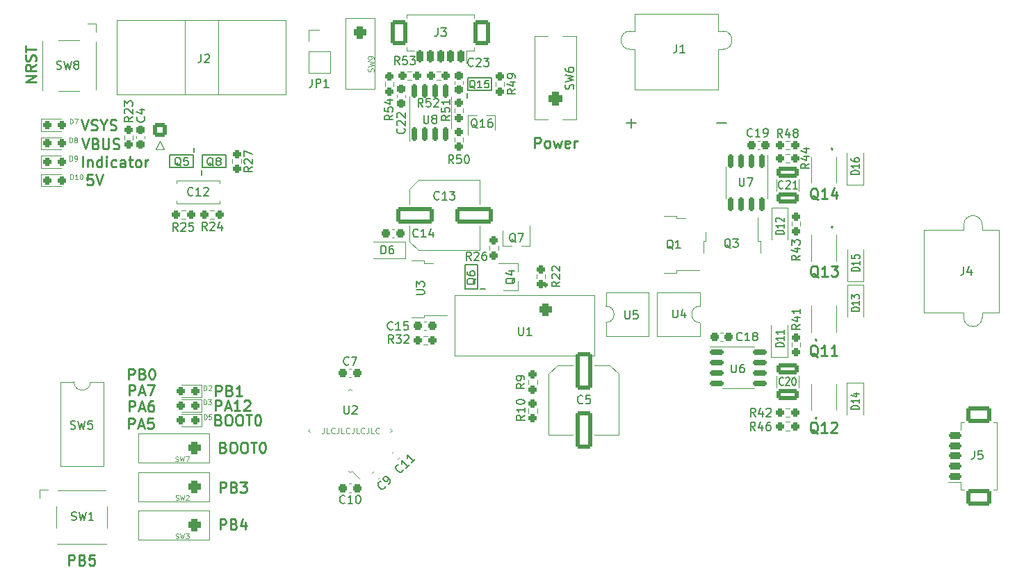
<source format=gto>
%TF.GenerationSoftware,KiCad,Pcbnew,(6.0.11)*%
%TF.CreationDate,2023-08-03T06:57:00+09:00*%
%TF.ProjectId,motordriver,6d6f746f-7264-4726-9976-65722e6b6963,rev?*%
%TF.SameCoordinates,Original*%
%TF.FileFunction,Legend,Top*%
%TF.FilePolarity,Positive*%
%FSLAX46Y46*%
G04 Gerber Fmt 4.6, Leading zero omitted, Abs format (unit mm)*
G04 Created by KiCad (PCBNEW (6.0.11)) date 2023-08-03 06:57:00*
%MOMM*%
%LPD*%
G01*
G04 APERTURE LIST*
G04 Aperture macros list*
%AMRoundRect*
0 Rectangle with rounded corners*
0 $1 Rounding radius*
0 $2 $3 $4 $5 $6 $7 $8 $9 X,Y pos of 4 corners*
0 Add a 4 corners polygon primitive as box body*
4,1,4,$2,$3,$4,$5,$6,$7,$8,$9,$2,$3,0*
0 Add four circle primitives for the rounded corners*
1,1,$1+$1,$2,$3*
1,1,$1+$1,$4,$5*
1,1,$1+$1,$6,$7*
1,1,$1+$1,$8,$9*
0 Add four rect primitives between the rounded corners*
20,1,$1+$1,$2,$3,$4,$5,0*
20,1,$1+$1,$4,$5,$6,$7,0*
20,1,$1+$1,$6,$7,$8,$9,0*
20,1,$1+$1,$8,$9,$2,$3,0*%
G04 Aperture macros list end*
%ADD10C,0.254000*%
%ADD11C,0.120000*%
%ADD12C,0.150000*%
%ADD13C,0.110000*%
%ADD14C,0.200000*%
%ADD15C,0.100000*%
%ADD16C,0.314000*%
%ADD17R,2.200000X1.200000*%
%ADD18R,6.400000X5.800000*%
%ADD19RoundRect,0.250000X0.600000X-0.600000X0.600000X0.600000X-0.600000X0.600000X-0.600000X-0.600000X0*%
%ADD20C,1.700000*%
%ADD21R,0.620000X0.575000*%
%ADD22R,0.575000X0.620000*%
%ADD23RoundRect,0.237500X0.237500X-0.250000X0.237500X0.250000X-0.237500X0.250000X-0.237500X-0.250000X0*%
%ADD24RoundRect,0.237500X0.287500X0.237500X-0.287500X0.237500X-0.287500X-0.237500X0.287500X-0.237500X0*%
%ADD25RoundRect,0.237500X-0.287500X-0.237500X0.287500X-0.237500X0.287500X0.237500X-0.287500X0.237500X0*%
%ADD26R,0.400000X0.400000*%
%ADD27R,2.650000X2.200000*%
%ADD28R,0.400000X0.300000*%
%ADD29RoundRect,0.237500X-0.237500X0.250000X-0.237500X-0.250000X0.237500X-0.250000X0.237500X0.250000X0*%
%ADD30RoundRect,0.237500X-0.250000X-0.237500X0.250000X-0.237500X0.250000X0.237500X-0.250000X0.237500X0*%
%ADD31RoundRect,0.150000X0.150000X-0.675000X0.150000X0.675000X-0.150000X0.675000X-0.150000X-0.675000X0*%
%ADD32RoundRect,0.237500X0.250000X0.237500X-0.250000X0.237500X-0.250000X-0.237500X0.250000X-0.237500X0*%
%ADD33RoundRect,0.237500X-0.044194X-0.380070X0.380070X0.044194X0.044194X0.380070X-0.380070X-0.044194X0*%
%ADD34R,0.900000X1.200000*%
%ADD35R,1.700000X1.700000*%
%ADD36O,1.700000X1.700000*%
%ADD37RoundRect,0.425000X0.425000X0.425000X-0.425000X0.425000X-0.425000X-0.425000X0.425000X-0.425000X0*%
%ADD38R,0.800000X1.800000*%
%ADD39RoundRect,0.125000X0.530330X-0.353553X-0.353553X0.530330X-0.530330X0.353553X0.353553X-0.530330X0*%
%ADD40RoundRect,0.125000X0.530330X0.353553X0.353553X0.530330X-0.530330X-0.353553X-0.353553X-0.530330X0*%
%ADD41R,1.200000X0.900000*%
%ADD42RoundRect,0.237500X-0.237500X0.300000X-0.237500X-0.300000X0.237500X-0.300000X0.237500X0.300000X0*%
%ADD43RoundRect,0.150000X-0.675000X-0.150000X0.675000X-0.150000X0.675000X0.150000X-0.675000X0.150000X0*%
%ADD44R,1.600000X1.600000*%
%ADD45O,1.600000X1.600000*%
%ADD46RoundRect,0.381000X-0.381000X0.381000X-0.381000X-0.381000X0.381000X-0.381000X0.381000X0.381000X0*%
%ADD47C,1.524000*%
%ADD48C,1.400000*%
%ADD49R,3.500000X3.500000*%
%ADD50C,3.500000*%
%ADD51RoundRect,0.200000X0.600000X-0.200000X0.600000X0.200000X-0.600000X0.200000X-0.600000X-0.200000X0*%
%ADD52RoundRect,0.250001X1.249999X-0.799999X1.249999X0.799999X-1.249999X0.799999X-1.249999X-0.799999X0*%
%ADD53RoundRect,0.237500X0.300000X0.237500X-0.300000X0.237500X-0.300000X-0.237500X0.300000X-0.237500X0*%
%ADD54RoundRect,0.200000X0.200000X0.600000X-0.200000X0.600000X-0.200000X-0.600000X0.200000X-0.600000X0*%
%ADD55RoundRect,0.250001X0.799999X1.249999X-0.799999X1.249999X-0.799999X-1.249999X0.799999X-1.249999X0*%
%ADD56RoundRect,0.250001X-1.999999X-0.799999X1.999999X-0.799999X1.999999X0.799999X-1.999999X0.799999X0*%
%ADD57RoundRect,0.237500X-0.300000X-0.237500X0.300000X-0.237500X0.300000X0.237500X-0.300000X0.237500X0*%
%ADD58RoundRect,0.250001X-0.799999X1.999999X-0.799999X-1.999999X0.799999X-1.999999X0.799999X1.999999X0*%
%ADD59RoundRect,0.250000X1.100000X-0.412500X1.100000X0.412500X-1.100000X0.412500X-1.100000X-0.412500X0*%
%ADD60R,1.600000X1.400000*%
%ADD61RoundRect,0.250000X-1.100000X0.412500X-1.100000X-0.412500X1.100000X-0.412500X1.100000X0.412500X0*%
%ADD62R,1.400000X1.600000*%
%ADD63C,1.600000*%
%ADD64RoundRect,0.381000X-0.381000X-0.381000X0.381000X-0.381000X0.381000X0.381000X-0.381000X0.381000X0*%
%ADD65RoundRect,0.237500X0.044194X0.380070X-0.380070X-0.044194X-0.044194X-0.380070X0.380070X0.044194X0*%
%ADD66R,1.200000X2.200000*%
%ADD67R,5.800000X6.400000*%
%ADD68RoundRect,0.150000X-0.150000X0.675000X-0.150000X-0.675000X0.150000X-0.675000X0.150000X0.675000X0*%
%ADD69R,1.800000X0.800000*%
G04 APERTURE END LIST*
D10*
X116083571Y-106314523D02*
X116083571Y-105044523D01*
X116567380Y-105044523D01*
X116688333Y-105105000D01*
X116748809Y-105165476D01*
X116809285Y-105286428D01*
X116809285Y-105467857D01*
X116748809Y-105588809D01*
X116688333Y-105649285D01*
X116567380Y-105709761D01*
X116083571Y-105709761D01*
X117293095Y-105951666D02*
X117897857Y-105951666D01*
X117172142Y-106314523D02*
X117595476Y-105044523D01*
X118018809Y-106314523D01*
X119107380Y-106314523D02*
X118381666Y-106314523D01*
X118744523Y-106314523D02*
X118744523Y-105044523D01*
X118623571Y-105225952D01*
X118502619Y-105346904D01*
X118381666Y-105407380D01*
X119591190Y-105165476D02*
X119651666Y-105105000D01*
X119772619Y-105044523D01*
X120075000Y-105044523D01*
X120195952Y-105105000D01*
X120256428Y-105165476D01*
X120316904Y-105286428D01*
X120316904Y-105407380D01*
X120256428Y-105588809D01*
X119530714Y-106314523D01*
X120316904Y-106314523D01*
X116137619Y-104524523D02*
X116137619Y-103254523D01*
X116621428Y-103254523D01*
X116742380Y-103315000D01*
X116802857Y-103375476D01*
X116863333Y-103496428D01*
X116863333Y-103677857D01*
X116802857Y-103798809D01*
X116742380Y-103859285D01*
X116621428Y-103919761D01*
X116137619Y-103919761D01*
X117830952Y-103859285D02*
X118012380Y-103919761D01*
X118072857Y-103980238D01*
X118133333Y-104101190D01*
X118133333Y-104282619D01*
X118072857Y-104403571D01*
X118012380Y-104464047D01*
X117891428Y-104524523D01*
X117407619Y-104524523D01*
X117407619Y-103254523D01*
X117830952Y-103254523D01*
X117951904Y-103315000D01*
X118012380Y-103375476D01*
X118072857Y-103496428D01*
X118072857Y-103617380D01*
X118012380Y-103738333D01*
X117951904Y-103798809D01*
X117830952Y-103859285D01*
X117407619Y-103859285D01*
X119342857Y-104524523D02*
X118617142Y-104524523D01*
X118980000Y-104524523D02*
X118980000Y-103254523D01*
X118859047Y-103435952D01*
X118738095Y-103556904D01*
X118617142Y-103617380D01*
X116657619Y-120804523D02*
X116657619Y-119534523D01*
X117141428Y-119534523D01*
X117262380Y-119595000D01*
X117322857Y-119655476D01*
X117383333Y-119776428D01*
X117383333Y-119957857D01*
X117322857Y-120078809D01*
X117262380Y-120139285D01*
X117141428Y-120199761D01*
X116657619Y-120199761D01*
X118350952Y-120139285D02*
X118532380Y-120199761D01*
X118592857Y-120260238D01*
X118653333Y-120381190D01*
X118653333Y-120562619D01*
X118592857Y-120683571D01*
X118532380Y-120744047D01*
X118411428Y-120804523D01*
X117927619Y-120804523D01*
X117927619Y-119534523D01*
X118350952Y-119534523D01*
X118471904Y-119595000D01*
X118532380Y-119655476D01*
X118592857Y-119776428D01*
X118592857Y-119897380D01*
X118532380Y-120018333D01*
X118471904Y-120078809D01*
X118350952Y-120139285D01*
X117927619Y-120139285D01*
X119741904Y-119957857D02*
X119741904Y-120804523D01*
X119439523Y-119474047D02*
X119137142Y-120381190D01*
X119923333Y-120381190D01*
X154980238Y-74284523D02*
X154980238Y-73014523D01*
X155464047Y-73014523D01*
X155585000Y-73075000D01*
X155645476Y-73135476D01*
X155705952Y-73256428D01*
X155705952Y-73437857D01*
X155645476Y-73558809D01*
X155585000Y-73619285D01*
X155464047Y-73679761D01*
X154980238Y-73679761D01*
X156431666Y-74284523D02*
X156310714Y-74224047D01*
X156250238Y-74163571D01*
X156189761Y-74042619D01*
X156189761Y-73679761D01*
X156250238Y-73558809D01*
X156310714Y-73498333D01*
X156431666Y-73437857D01*
X156613095Y-73437857D01*
X156734047Y-73498333D01*
X156794523Y-73558809D01*
X156855000Y-73679761D01*
X156855000Y-74042619D01*
X156794523Y-74163571D01*
X156734047Y-74224047D01*
X156613095Y-74284523D01*
X156431666Y-74284523D01*
X157278333Y-73437857D02*
X157520238Y-74284523D01*
X157762142Y-73679761D01*
X158004047Y-74284523D01*
X158245952Y-73437857D01*
X159213571Y-74224047D02*
X159092619Y-74284523D01*
X158850714Y-74284523D01*
X158729761Y-74224047D01*
X158669285Y-74103095D01*
X158669285Y-73619285D01*
X158729761Y-73498333D01*
X158850714Y-73437857D01*
X159092619Y-73437857D01*
X159213571Y-73498333D01*
X159274047Y-73619285D01*
X159274047Y-73740238D01*
X158669285Y-73861190D01*
X159818333Y-74284523D02*
X159818333Y-73437857D01*
X159818333Y-73679761D02*
X159878809Y-73558809D01*
X159939285Y-73498333D01*
X160060238Y-73437857D01*
X160181190Y-73437857D01*
X94224523Y-66236428D02*
X92954523Y-66236428D01*
X94224523Y-65510714D01*
X92954523Y-65510714D01*
X94224523Y-64180238D02*
X93619761Y-64603571D01*
X94224523Y-64905952D02*
X92954523Y-64905952D01*
X92954523Y-64422142D01*
X93015000Y-64301190D01*
X93075476Y-64240714D01*
X93196428Y-64180238D01*
X93377857Y-64180238D01*
X93498809Y-64240714D01*
X93559285Y-64301190D01*
X93619761Y-64422142D01*
X93619761Y-64905952D01*
X94164047Y-63696428D02*
X94224523Y-63515000D01*
X94224523Y-63212619D01*
X94164047Y-63091666D01*
X94103571Y-63031190D01*
X93982619Y-62970714D01*
X93861666Y-62970714D01*
X93740714Y-63031190D01*
X93680238Y-63091666D01*
X93619761Y-63212619D01*
X93559285Y-63454523D01*
X93498809Y-63575476D01*
X93438333Y-63635952D01*
X93317380Y-63696428D01*
X93196428Y-63696428D01*
X93075476Y-63635952D01*
X93015000Y-63575476D01*
X92954523Y-63454523D01*
X92954523Y-63152142D01*
X93015000Y-62970714D01*
X92954523Y-62607857D02*
X92954523Y-61882142D01*
X94224523Y-62245000D02*
X92954523Y-62245000D01*
X116677619Y-116294523D02*
X116677619Y-115024523D01*
X117161428Y-115024523D01*
X117282380Y-115085000D01*
X117342857Y-115145476D01*
X117403333Y-115266428D01*
X117403333Y-115447857D01*
X117342857Y-115568809D01*
X117282380Y-115629285D01*
X117161428Y-115689761D01*
X116677619Y-115689761D01*
X118370952Y-115629285D02*
X118552380Y-115689761D01*
X118612857Y-115750238D01*
X118673333Y-115871190D01*
X118673333Y-116052619D01*
X118612857Y-116173571D01*
X118552380Y-116234047D01*
X118431428Y-116294523D01*
X117947619Y-116294523D01*
X117947619Y-115024523D01*
X118370952Y-115024523D01*
X118491904Y-115085000D01*
X118552380Y-115145476D01*
X118612857Y-115266428D01*
X118612857Y-115387380D01*
X118552380Y-115508333D01*
X118491904Y-115568809D01*
X118370952Y-115629285D01*
X117947619Y-115629285D01*
X119096666Y-115024523D02*
X119882857Y-115024523D01*
X119459523Y-115508333D01*
X119640952Y-115508333D01*
X119761904Y-115568809D01*
X119822380Y-115629285D01*
X119882857Y-115750238D01*
X119882857Y-116052619D01*
X119822380Y-116173571D01*
X119761904Y-116234047D01*
X119640952Y-116294523D01*
X119278095Y-116294523D01*
X119157142Y-116234047D01*
X119096666Y-116173571D01*
X116481666Y-107449285D02*
X116663095Y-107509761D01*
X116723571Y-107570238D01*
X116784047Y-107691190D01*
X116784047Y-107872619D01*
X116723571Y-107993571D01*
X116663095Y-108054047D01*
X116542142Y-108114523D01*
X116058333Y-108114523D01*
X116058333Y-106844523D01*
X116481666Y-106844523D01*
X116602619Y-106905000D01*
X116663095Y-106965476D01*
X116723571Y-107086428D01*
X116723571Y-107207380D01*
X116663095Y-107328333D01*
X116602619Y-107388809D01*
X116481666Y-107449285D01*
X116058333Y-107449285D01*
X117570238Y-106844523D02*
X117812142Y-106844523D01*
X117933095Y-106905000D01*
X118054047Y-107025952D01*
X118114523Y-107267857D01*
X118114523Y-107691190D01*
X118054047Y-107933095D01*
X117933095Y-108054047D01*
X117812142Y-108114523D01*
X117570238Y-108114523D01*
X117449285Y-108054047D01*
X117328333Y-107933095D01*
X117267857Y-107691190D01*
X117267857Y-107267857D01*
X117328333Y-107025952D01*
X117449285Y-106905000D01*
X117570238Y-106844523D01*
X118900714Y-106844523D02*
X119142619Y-106844523D01*
X119263571Y-106905000D01*
X119384523Y-107025952D01*
X119445000Y-107267857D01*
X119445000Y-107691190D01*
X119384523Y-107933095D01*
X119263571Y-108054047D01*
X119142619Y-108114523D01*
X118900714Y-108114523D01*
X118779761Y-108054047D01*
X118658809Y-107933095D01*
X118598333Y-107691190D01*
X118598333Y-107267857D01*
X118658809Y-107025952D01*
X118779761Y-106905000D01*
X118900714Y-106844523D01*
X119807857Y-106844523D02*
X120533571Y-106844523D01*
X120170714Y-108114523D02*
X120170714Y-106844523D01*
X121198809Y-106844523D02*
X121319761Y-106844523D01*
X121440714Y-106905000D01*
X121501190Y-106965476D01*
X121561666Y-107086428D01*
X121622142Y-107328333D01*
X121622142Y-107630714D01*
X121561666Y-107872619D01*
X121501190Y-107993571D01*
X121440714Y-108054047D01*
X121319761Y-108114523D01*
X121198809Y-108114523D01*
X121077857Y-108054047D01*
X121017380Y-107993571D01*
X120956904Y-107872619D01*
X120896428Y-107630714D01*
X120896428Y-107328333D01*
X120956904Y-107086428D01*
X121017380Y-106965476D01*
X121077857Y-106905000D01*
X121198809Y-106844523D01*
D11*
X129326666Y-108426666D02*
X129326666Y-108926666D01*
X129293333Y-109026666D01*
X129226666Y-109093333D01*
X129126666Y-109126666D01*
X129060000Y-109126666D01*
X129993333Y-109126666D02*
X129660000Y-109126666D01*
X129660000Y-108426666D01*
X130626666Y-109060000D02*
X130593333Y-109093333D01*
X130493333Y-109126666D01*
X130426666Y-109126666D01*
X130326666Y-109093333D01*
X130260000Y-109026666D01*
X130226666Y-108960000D01*
X130193333Y-108826666D01*
X130193333Y-108726666D01*
X130226666Y-108593333D01*
X130260000Y-108526666D01*
X130326666Y-108460000D01*
X130426666Y-108426666D01*
X130493333Y-108426666D01*
X130593333Y-108460000D01*
X130626666Y-108493333D01*
X131126666Y-108426666D02*
X131126666Y-108926666D01*
X131093333Y-109026666D01*
X131026666Y-109093333D01*
X130926666Y-109126666D01*
X130860000Y-109126666D01*
X131793333Y-109126666D02*
X131460000Y-109126666D01*
X131460000Y-108426666D01*
X132426666Y-109060000D02*
X132393333Y-109093333D01*
X132293333Y-109126666D01*
X132226666Y-109126666D01*
X132126666Y-109093333D01*
X132060000Y-109026666D01*
X132026666Y-108960000D01*
X131993333Y-108826666D01*
X131993333Y-108726666D01*
X132026666Y-108593333D01*
X132060000Y-108526666D01*
X132126666Y-108460000D01*
X132226666Y-108426666D01*
X132293333Y-108426666D01*
X132393333Y-108460000D01*
X132426666Y-108493333D01*
X132926666Y-108426666D02*
X132926666Y-108926666D01*
X132893333Y-109026666D01*
X132826666Y-109093333D01*
X132726666Y-109126666D01*
X132660000Y-109126666D01*
X133593333Y-109126666D02*
X133260000Y-109126666D01*
X133260000Y-108426666D01*
X134226666Y-109060000D02*
X134193333Y-109093333D01*
X134093333Y-109126666D01*
X134026666Y-109126666D01*
X133926666Y-109093333D01*
X133860000Y-109026666D01*
X133826666Y-108960000D01*
X133793333Y-108826666D01*
X133793333Y-108726666D01*
X133826666Y-108593333D01*
X133860000Y-108526666D01*
X133926666Y-108460000D01*
X134026666Y-108426666D01*
X134093333Y-108426666D01*
X134193333Y-108460000D01*
X134226666Y-108493333D01*
X134726666Y-108426666D02*
X134726666Y-108926666D01*
X134693333Y-109026666D01*
X134626666Y-109093333D01*
X134526666Y-109126666D01*
X134460000Y-109126666D01*
X135393333Y-109126666D02*
X135060000Y-109126666D01*
X135060000Y-108426666D01*
X136026666Y-109060000D02*
X135993333Y-109093333D01*
X135893333Y-109126666D01*
X135826666Y-109126666D01*
X135726666Y-109093333D01*
X135660000Y-109026666D01*
X135626666Y-108960000D01*
X135593333Y-108826666D01*
X135593333Y-108726666D01*
X135626666Y-108593333D01*
X135660000Y-108526666D01*
X135726666Y-108460000D01*
X135826666Y-108426666D01*
X135893333Y-108426666D01*
X135993333Y-108460000D01*
X136026666Y-108493333D01*
D10*
X105517619Y-102484523D02*
X105517619Y-101214523D01*
X106001428Y-101214523D01*
X106122380Y-101275000D01*
X106182857Y-101335476D01*
X106243333Y-101456428D01*
X106243333Y-101637857D01*
X106182857Y-101758809D01*
X106122380Y-101819285D01*
X106001428Y-101879761D01*
X105517619Y-101879761D01*
X107210952Y-101819285D02*
X107392380Y-101879761D01*
X107452857Y-101940238D01*
X107513333Y-102061190D01*
X107513333Y-102242619D01*
X107452857Y-102363571D01*
X107392380Y-102424047D01*
X107271428Y-102484523D01*
X106787619Y-102484523D01*
X106787619Y-101214523D01*
X107210952Y-101214523D01*
X107331904Y-101275000D01*
X107392380Y-101335476D01*
X107452857Y-101456428D01*
X107452857Y-101577380D01*
X107392380Y-101698333D01*
X107331904Y-101758809D01*
X107210952Y-101819285D01*
X106787619Y-101819285D01*
X108299523Y-101214523D02*
X108420476Y-101214523D01*
X108541428Y-101275000D01*
X108601904Y-101335476D01*
X108662380Y-101456428D01*
X108722857Y-101698333D01*
X108722857Y-102000714D01*
X108662380Y-102242619D01*
X108601904Y-102363571D01*
X108541428Y-102424047D01*
X108420476Y-102484523D01*
X108299523Y-102484523D01*
X108178571Y-102424047D01*
X108118095Y-102363571D01*
X108057619Y-102242619D01*
X107997142Y-102000714D01*
X107997142Y-101698333D01*
X108057619Y-101456428D01*
X108118095Y-101335476D01*
X108178571Y-101275000D01*
X108299523Y-101214523D01*
X105518333Y-108504523D02*
X105518333Y-107234523D01*
X106002142Y-107234523D01*
X106123095Y-107295000D01*
X106183571Y-107355476D01*
X106244047Y-107476428D01*
X106244047Y-107657857D01*
X106183571Y-107778809D01*
X106123095Y-107839285D01*
X106002142Y-107899761D01*
X105518333Y-107899761D01*
X106727857Y-108141666D02*
X107332619Y-108141666D01*
X106606904Y-108504523D02*
X107030238Y-107234523D01*
X107453571Y-108504523D01*
X108481666Y-107234523D02*
X107876904Y-107234523D01*
X107816428Y-107839285D01*
X107876904Y-107778809D01*
X107997857Y-107718333D01*
X108300238Y-107718333D01*
X108421190Y-107778809D01*
X108481666Y-107839285D01*
X108542142Y-107960238D01*
X108542142Y-108262619D01*
X108481666Y-108383571D01*
X108421190Y-108444047D01*
X108300238Y-108504523D01*
X107997857Y-108504523D01*
X107876904Y-108444047D01*
X107816428Y-108383571D01*
X99949285Y-76624523D02*
X99949285Y-75354523D01*
X100554047Y-75777857D02*
X100554047Y-76624523D01*
X100554047Y-75898809D02*
X100614523Y-75838333D01*
X100735476Y-75777857D01*
X100916904Y-75777857D01*
X101037857Y-75838333D01*
X101098333Y-75959285D01*
X101098333Y-76624523D01*
X102247380Y-76624523D02*
X102247380Y-75354523D01*
X102247380Y-76564047D02*
X102126428Y-76624523D01*
X101884523Y-76624523D01*
X101763571Y-76564047D01*
X101703095Y-76503571D01*
X101642619Y-76382619D01*
X101642619Y-76019761D01*
X101703095Y-75898809D01*
X101763571Y-75838333D01*
X101884523Y-75777857D01*
X102126428Y-75777857D01*
X102247380Y-75838333D01*
X102852142Y-76624523D02*
X102852142Y-75777857D01*
X102852142Y-75354523D02*
X102791666Y-75415000D01*
X102852142Y-75475476D01*
X102912619Y-75415000D01*
X102852142Y-75354523D01*
X102852142Y-75475476D01*
X104001190Y-76564047D02*
X103880238Y-76624523D01*
X103638333Y-76624523D01*
X103517380Y-76564047D01*
X103456904Y-76503571D01*
X103396428Y-76382619D01*
X103396428Y-76019761D01*
X103456904Y-75898809D01*
X103517380Y-75838333D01*
X103638333Y-75777857D01*
X103880238Y-75777857D01*
X104001190Y-75838333D01*
X105089761Y-76624523D02*
X105089761Y-75959285D01*
X105029285Y-75838333D01*
X104908333Y-75777857D01*
X104666428Y-75777857D01*
X104545476Y-75838333D01*
X105089761Y-76564047D02*
X104968809Y-76624523D01*
X104666428Y-76624523D01*
X104545476Y-76564047D01*
X104485000Y-76443095D01*
X104485000Y-76322142D01*
X104545476Y-76201190D01*
X104666428Y-76140714D01*
X104968809Y-76140714D01*
X105089761Y-76080238D01*
X105513095Y-75777857D02*
X105996904Y-75777857D01*
X105694523Y-75354523D02*
X105694523Y-76443095D01*
X105755000Y-76564047D01*
X105875952Y-76624523D01*
X105996904Y-76624523D01*
X106601666Y-76624523D02*
X106480714Y-76564047D01*
X106420238Y-76503571D01*
X106359761Y-76382619D01*
X106359761Y-76019761D01*
X106420238Y-75898809D01*
X106480714Y-75838333D01*
X106601666Y-75777857D01*
X106783095Y-75777857D01*
X106904047Y-75838333D01*
X106964523Y-75898809D01*
X107025000Y-76019761D01*
X107025000Y-76382619D01*
X106964523Y-76503571D01*
X106904047Y-76564047D01*
X106783095Y-76624523D01*
X106601666Y-76624523D01*
X107569285Y-76624523D02*
X107569285Y-75777857D01*
X107569285Y-76019761D02*
X107629761Y-75898809D01*
X107690238Y-75838333D01*
X107811190Y-75777857D01*
X107932142Y-75777857D01*
X117061666Y-110779285D02*
X117243095Y-110839761D01*
X117303571Y-110900238D01*
X117364047Y-111021190D01*
X117364047Y-111202619D01*
X117303571Y-111323571D01*
X117243095Y-111384047D01*
X117122142Y-111444523D01*
X116638333Y-111444523D01*
X116638333Y-110174523D01*
X117061666Y-110174523D01*
X117182619Y-110235000D01*
X117243095Y-110295476D01*
X117303571Y-110416428D01*
X117303571Y-110537380D01*
X117243095Y-110658333D01*
X117182619Y-110718809D01*
X117061666Y-110779285D01*
X116638333Y-110779285D01*
X118150238Y-110174523D02*
X118392142Y-110174523D01*
X118513095Y-110235000D01*
X118634047Y-110355952D01*
X118694523Y-110597857D01*
X118694523Y-111021190D01*
X118634047Y-111263095D01*
X118513095Y-111384047D01*
X118392142Y-111444523D01*
X118150238Y-111444523D01*
X118029285Y-111384047D01*
X117908333Y-111263095D01*
X117847857Y-111021190D01*
X117847857Y-110597857D01*
X117908333Y-110355952D01*
X118029285Y-110235000D01*
X118150238Y-110174523D01*
X119480714Y-110174523D02*
X119722619Y-110174523D01*
X119843571Y-110235000D01*
X119964523Y-110355952D01*
X120025000Y-110597857D01*
X120025000Y-111021190D01*
X119964523Y-111263095D01*
X119843571Y-111384047D01*
X119722619Y-111444523D01*
X119480714Y-111444523D01*
X119359761Y-111384047D01*
X119238809Y-111263095D01*
X119178333Y-111021190D01*
X119178333Y-110597857D01*
X119238809Y-110355952D01*
X119359761Y-110235000D01*
X119480714Y-110174523D01*
X120387857Y-110174523D02*
X121113571Y-110174523D01*
X120750714Y-111444523D02*
X120750714Y-110174523D01*
X121778809Y-110174523D02*
X121899761Y-110174523D01*
X122020714Y-110235000D01*
X122081190Y-110295476D01*
X122141666Y-110416428D01*
X122202142Y-110658333D01*
X122202142Y-110960714D01*
X122141666Y-111202619D01*
X122081190Y-111323571D01*
X122020714Y-111384047D01*
X121899761Y-111444523D01*
X121778809Y-111444523D01*
X121657857Y-111384047D01*
X121597380Y-111323571D01*
X121536904Y-111202619D01*
X121476428Y-110960714D01*
X121476428Y-110658333D01*
X121536904Y-110416428D01*
X121597380Y-110295476D01*
X121657857Y-110235000D01*
X121778809Y-110174523D01*
X105578333Y-106414523D02*
X105578333Y-105144523D01*
X106062142Y-105144523D01*
X106183095Y-105205000D01*
X106243571Y-105265476D01*
X106304047Y-105386428D01*
X106304047Y-105567857D01*
X106243571Y-105688809D01*
X106183095Y-105749285D01*
X106062142Y-105809761D01*
X105578333Y-105809761D01*
X106787857Y-106051666D02*
X107392619Y-106051666D01*
X106666904Y-106414523D02*
X107090238Y-105144523D01*
X107513571Y-106414523D01*
X108481190Y-105144523D02*
X108239285Y-105144523D01*
X108118333Y-105205000D01*
X108057857Y-105265476D01*
X107936904Y-105446904D01*
X107876428Y-105688809D01*
X107876428Y-106172619D01*
X107936904Y-106293571D01*
X107997380Y-106354047D01*
X108118333Y-106414523D01*
X108360238Y-106414523D01*
X108481190Y-106354047D01*
X108541666Y-106293571D01*
X108602142Y-106172619D01*
X108602142Y-105870238D01*
X108541666Y-105749285D01*
X108481190Y-105688809D01*
X108360238Y-105628333D01*
X108118333Y-105628333D01*
X107997380Y-105688809D01*
X107936904Y-105749285D01*
X107876428Y-105870238D01*
X99772857Y-70854523D02*
X100196190Y-72124523D01*
X100619523Y-70854523D01*
X100982380Y-72064047D02*
X101163809Y-72124523D01*
X101466190Y-72124523D01*
X101587142Y-72064047D01*
X101647619Y-72003571D01*
X101708095Y-71882619D01*
X101708095Y-71761666D01*
X101647619Y-71640714D01*
X101587142Y-71580238D01*
X101466190Y-71519761D01*
X101224285Y-71459285D01*
X101103333Y-71398809D01*
X101042857Y-71338333D01*
X100982380Y-71217380D01*
X100982380Y-71096428D01*
X101042857Y-70975476D01*
X101103333Y-70915000D01*
X101224285Y-70854523D01*
X101526666Y-70854523D01*
X101708095Y-70915000D01*
X102494285Y-71519761D02*
X102494285Y-72124523D01*
X102070952Y-70854523D02*
X102494285Y-71519761D01*
X102917619Y-70854523D01*
X103280476Y-72064047D02*
X103461904Y-72124523D01*
X103764285Y-72124523D01*
X103885238Y-72064047D01*
X103945714Y-72003571D01*
X104006190Y-71882619D01*
X104006190Y-71761666D01*
X103945714Y-71640714D01*
X103885238Y-71580238D01*
X103764285Y-71519761D01*
X103522380Y-71459285D01*
X103401428Y-71398809D01*
X103340952Y-71338333D01*
X103280476Y-71217380D01*
X103280476Y-71096428D01*
X103340952Y-70975476D01*
X103401428Y-70915000D01*
X103522380Y-70854523D01*
X103824761Y-70854523D01*
X104006190Y-70915000D01*
X98197619Y-125154523D02*
X98197619Y-123884523D01*
X98681428Y-123884523D01*
X98802380Y-123945000D01*
X98862857Y-124005476D01*
X98923333Y-124126428D01*
X98923333Y-124307857D01*
X98862857Y-124428809D01*
X98802380Y-124489285D01*
X98681428Y-124549761D01*
X98197619Y-124549761D01*
X99890952Y-124489285D02*
X100072380Y-124549761D01*
X100132857Y-124610238D01*
X100193333Y-124731190D01*
X100193333Y-124912619D01*
X100132857Y-125033571D01*
X100072380Y-125094047D01*
X99951428Y-125154523D01*
X99467619Y-125154523D01*
X99467619Y-123884523D01*
X99890952Y-123884523D01*
X100011904Y-123945000D01*
X100072380Y-124005476D01*
X100132857Y-124126428D01*
X100132857Y-124247380D01*
X100072380Y-124368333D01*
X100011904Y-124428809D01*
X99890952Y-124489285D01*
X99467619Y-124489285D01*
X101342380Y-123884523D02*
X100737619Y-123884523D01*
X100677142Y-124489285D01*
X100737619Y-124428809D01*
X100858571Y-124368333D01*
X101160952Y-124368333D01*
X101281904Y-124428809D01*
X101342380Y-124489285D01*
X101402857Y-124610238D01*
X101402857Y-124912619D01*
X101342380Y-125033571D01*
X101281904Y-125094047D01*
X101160952Y-125154523D01*
X100858571Y-125154523D01*
X100737619Y-125094047D01*
X100677142Y-125033571D01*
X99821666Y-73154523D02*
X100245000Y-74424523D01*
X100668333Y-73154523D01*
X101515000Y-73759285D02*
X101696428Y-73819761D01*
X101756904Y-73880238D01*
X101817380Y-74001190D01*
X101817380Y-74182619D01*
X101756904Y-74303571D01*
X101696428Y-74364047D01*
X101575476Y-74424523D01*
X101091666Y-74424523D01*
X101091666Y-73154523D01*
X101515000Y-73154523D01*
X101635952Y-73215000D01*
X101696428Y-73275476D01*
X101756904Y-73396428D01*
X101756904Y-73517380D01*
X101696428Y-73638333D01*
X101635952Y-73698809D01*
X101515000Y-73759285D01*
X101091666Y-73759285D01*
X102361666Y-73154523D02*
X102361666Y-74182619D01*
X102422142Y-74303571D01*
X102482619Y-74364047D01*
X102603571Y-74424523D01*
X102845476Y-74424523D01*
X102966428Y-74364047D01*
X103026904Y-74303571D01*
X103087380Y-74182619D01*
X103087380Y-73154523D01*
X103631666Y-74364047D02*
X103813095Y-74424523D01*
X104115476Y-74424523D01*
X104236428Y-74364047D01*
X104296904Y-74303571D01*
X104357380Y-74182619D01*
X104357380Y-74061666D01*
X104296904Y-73940714D01*
X104236428Y-73880238D01*
X104115476Y-73819761D01*
X103873571Y-73759285D01*
X103752619Y-73698809D01*
X103692142Y-73638333D01*
X103631666Y-73517380D01*
X103631666Y-73396428D01*
X103692142Y-73275476D01*
X103752619Y-73215000D01*
X103873571Y-73154523D01*
X104175952Y-73154523D01*
X104357380Y-73215000D01*
X101108095Y-77554523D02*
X100503333Y-77554523D01*
X100442857Y-78159285D01*
X100503333Y-78098809D01*
X100624285Y-78038333D01*
X100926666Y-78038333D01*
X101047619Y-78098809D01*
X101108095Y-78159285D01*
X101168571Y-78280238D01*
X101168571Y-78582619D01*
X101108095Y-78703571D01*
X101047619Y-78764047D01*
X100926666Y-78824523D01*
X100624285Y-78824523D01*
X100503333Y-78764047D01*
X100442857Y-78703571D01*
X101531428Y-77554523D02*
X101954761Y-78824523D01*
X102378095Y-77554523D01*
X105578333Y-104454523D02*
X105578333Y-103184523D01*
X106062142Y-103184523D01*
X106183095Y-103245000D01*
X106243571Y-103305476D01*
X106304047Y-103426428D01*
X106304047Y-103607857D01*
X106243571Y-103728809D01*
X106183095Y-103789285D01*
X106062142Y-103849761D01*
X105578333Y-103849761D01*
X106787857Y-104091666D02*
X107392619Y-104091666D01*
X106666904Y-104454523D02*
X107090238Y-103184523D01*
X107513571Y-104454523D01*
X107815952Y-103184523D02*
X108662619Y-103184523D01*
X108118333Y-104454523D01*
D12*
%TO.C,Q1*%
X171824761Y-86627619D02*
X171729523Y-86580000D01*
X171634285Y-86484761D01*
X171491428Y-86341904D01*
X171396190Y-86294285D01*
X171300952Y-86294285D01*
X171348571Y-86532380D02*
X171253333Y-86484761D01*
X171158095Y-86389523D01*
X171110476Y-86199047D01*
X171110476Y-85865714D01*
X171158095Y-85675238D01*
X171253333Y-85580000D01*
X171348571Y-85532380D01*
X171539047Y-85532380D01*
X171634285Y-85580000D01*
X171729523Y-85675238D01*
X171777142Y-85865714D01*
X171777142Y-86199047D01*
X171729523Y-86389523D01*
X171634285Y-86484761D01*
X171539047Y-86532380D01*
X171348571Y-86532380D01*
X172729523Y-86532380D02*
X172158095Y-86532380D01*
X172443809Y-86532380D02*
X172443809Y-85532380D01*
X172348571Y-85675238D01*
X172253333Y-85770476D01*
X172158095Y-85818095D01*
%TO.C,J2*%
X114366666Y-62882380D02*
X114366666Y-63596666D01*
X114319047Y-63739523D01*
X114223809Y-63834761D01*
X114080952Y-63882380D01*
X113985714Y-63882380D01*
X114795238Y-62977619D02*
X114842857Y-62930000D01*
X114938095Y-62882380D01*
X115176190Y-62882380D01*
X115271428Y-62930000D01*
X115319047Y-62977619D01*
X115366666Y-63072857D01*
X115366666Y-63168095D01*
X115319047Y-63310952D01*
X114747619Y-63882380D01*
X115366666Y-63882380D01*
%TO.C,Q8*%
X115834761Y-76482857D02*
X115739523Y-76440000D01*
X115644285Y-76354285D01*
X115501428Y-76225714D01*
X115406190Y-76182857D01*
X115310952Y-76182857D01*
X115358571Y-76397142D02*
X115263333Y-76354285D01*
X115168095Y-76268571D01*
X115120476Y-76097142D01*
X115120476Y-75797142D01*
X115168095Y-75625714D01*
X115263333Y-75540000D01*
X115358571Y-75497142D01*
X115549047Y-75497142D01*
X115644285Y-75540000D01*
X115739523Y-75625714D01*
X115787142Y-75797142D01*
X115787142Y-76097142D01*
X115739523Y-76268571D01*
X115644285Y-76354285D01*
X115549047Y-76397142D01*
X115358571Y-76397142D01*
X116358571Y-75882857D02*
X116263333Y-75840000D01*
X116215714Y-75797142D01*
X116168095Y-75711428D01*
X116168095Y-75668571D01*
X116215714Y-75582857D01*
X116263333Y-75540000D01*
X116358571Y-75497142D01*
X116549047Y-75497142D01*
X116644285Y-75540000D01*
X116691904Y-75582857D01*
X116739523Y-75668571D01*
X116739523Y-75711428D01*
X116691904Y-75797142D01*
X116644285Y-75840000D01*
X116549047Y-75882857D01*
X116358571Y-75882857D01*
X116263333Y-75925714D01*
X116215714Y-75968571D01*
X116168095Y-76054285D01*
X116168095Y-76225714D01*
X116215714Y-76311428D01*
X116263333Y-76354285D01*
X116358571Y-76397142D01*
X116549047Y-76397142D01*
X116644285Y-76354285D01*
X116691904Y-76311428D01*
X116739523Y-76225714D01*
X116739523Y-76054285D01*
X116691904Y-75968571D01*
X116644285Y-75925714D01*
X116549047Y-75882857D01*
%TO.C,Q6*%
X147807619Y-90215238D02*
X147760000Y-90310476D01*
X147664761Y-90405714D01*
X147521904Y-90548571D01*
X147474285Y-90643809D01*
X147474285Y-90739047D01*
X147712380Y-90691428D02*
X147664761Y-90786666D01*
X147569523Y-90881904D01*
X147379047Y-90929523D01*
X147045714Y-90929523D01*
X146855238Y-90881904D01*
X146760000Y-90786666D01*
X146712380Y-90691428D01*
X146712380Y-90500952D01*
X146760000Y-90405714D01*
X146855238Y-90310476D01*
X147045714Y-90262857D01*
X147379047Y-90262857D01*
X147569523Y-90310476D01*
X147664761Y-90405714D01*
X147712380Y-90500952D01*
X147712380Y-90691428D01*
X146712380Y-89405714D02*
X146712380Y-89596190D01*
X146760000Y-89691428D01*
X146807619Y-89739047D01*
X146950476Y-89834285D01*
X147140952Y-89881904D01*
X147521904Y-89881904D01*
X147617142Y-89834285D01*
X147664761Y-89786666D01*
X147712380Y-89691428D01*
X147712380Y-89500952D01*
X147664761Y-89405714D01*
X147617142Y-89358095D01*
X147521904Y-89310476D01*
X147283809Y-89310476D01*
X147188571Y-89358095D01*
X147140952Y-89405714D01*
X147093333Y-89500952D01*
X147093333Y-89691428D01*
X147140952Y-89786666D01*
X147188571Y-89834285D01*
X147283809Y-89881904D01*
%TO.C,R23*%
X106002380Y-70492857D02*
X105526190Y-70826190D01*
X106002380Y-71064285D02*
X105002380Y-71064285D01*
X105002380Y-70683333D01*
X105050000Y-70588095D01*
X105097619Y-70540476D01*
X105192857Y-70492857D01*
X105335714Y-70492857D01*
X105430952Y-70540476D01*
X105478571Y-70588095D01*
X105526190Y-70683333D01*
X105526190Y-71064285D01*
X105097619Y-70111904D02*
X105050000Y-70064285D01*
X105002380Y-69969047D01*
X105002380Y-69730952D01*
X105050000Y-69635714D01*
X105097619Y-69588095D01*
X105192857Y-69540476D01*
X105288095Y-69540476D01*
X105430952Y-69588095D01*
X106002380Y-70159523D01*
X106002380Y-69540476D01*
X105002380Y-69207142D02*
X105002380Y-68588095D01*
X105383333Y-68921428D01*
X105383333Y-68778571D01*
X105430952Y-68683333D01*
X105478571Y-68635714D01*
X105573809Y-68588095D01*
X105811904Y-68588095D01*
X105907142Y-68635714D01*
X105954761Y-68683333D01*
X106002380Y-68778571D01*
X106002380Y-69064285D01*
X105954761Y-69159523D01*
X105907142Y-69207142D01*
D13*
%TO.C,D2*%
X114677142Y-103821428D02*
X114677142Y-103221428D01*
X114820000Y-103221428D01*
X114905714Y-103250000D01*
X114962857Y-103307142D01*
X114991428Y-103364285D01*
X115020000Y-103478571D01*
X115020000Y-103564285D01*
X114991428Y-103678571D01*
X114962857Y-103735714D01*
X114905714Y-103792857D01*
X114820000Y-103821428D01*
X114677142Y-103821428D01*
X115248571Y-103278571D02*
X115277142Y-103250000D01*
X115334285Y-103221428D01*
X115477142Y-103221428D01*
X115534285Y-103250000D01*
X115562857Y-103278571D01*
X115591428Y-103335714D01*
X115591428Y-103392857D01*
X115562857Y-103478571D01*
X115220000Y-103821428D01*
X115591428Y-103821428D01*
%TO.C,D9*%
X98347142Y-75871428D02*
X98347142Y-75271428D01*
X98490000Y-75271428D01*
X98575714Y-75300000D01*
X98632857Y-75357142D01*
X98661428Y-75414285D01*
X98690000Y-75528571D01*
X98690000Y-75614285D01*
X98661428Y-75728571D01*
X98632857Y-75785714D01*
X98575714Y-75842857D01*
X98490000Y-75871428D01*
X98347142Y-75871428D01*
X98975714Y-75871428D02*
X99090000Y-75871428D01*
X99147142Y-75842857D01*
X99175714Y-75814285D01*
X99232857Y-75728571D01*
X99261428Y-75614285D01*
X99261428Y-75385714D01*
X99232857Y-75328571D01*
X99204285Y-75300000D01*
X99147142Y-75271428D01*
X99032857Y-75271428D01*
X98975714Y-75300000D01*
X98947142Y-75328571D01*
X98918571Y-75385714D01*
X98918571Y-75528571D01*
X98947142Y-75585714D01*
X98975714Y-75614285D01*
X99032857Y-75642857D01*
X99147142Y-75642857D01*
X99204285Y-75614285D01*
X99232857Y-75585714D01*
X99261428Y-75528571D01*
D10*
%TO.C,Q11*%
X189454285Y-99755476D02*
X189333333Y-99695000D01*
X189212380Y-99574047D01*
X189030952Y-99392619D01*
X188910000Y-99332142D01*
X188789047Y-99332142D01*
X188849523Y-99634523D02*
X188728571Y-99574047D01*
X188607619Y-99453095D01*
X188547142Y-99211190D01*
X188547142Y-98787857D01*
X188607619Y-98545952D01*
X188728571Y-98425000D01*
X188849523Y-98364523D01*
X189091428Y-98364523D01*
X189212380Y-98425000D01*
X189333333Y-98545952D01*
X189393809Y-98787857D01*
X189393809Y-99211190D01*
X189333333Y-99453095D01*
X189212380Y-99574047D01*
X189091428Y-99634523D01*
X188849523Y-99634523D01*
X190603333Y-99634523D02*
X189877619Y-99634523D01*
X190240476Y-99634523D02*
X190240476Y-98364523D01*
X190119523Y-98545952D01*
X189998571Y-98666904D01*
X189877619Y-98727380D01*
X191812857Y-99634523D02*
X191087142Y-99634523D01*
X191450000Y-99634523D02*
X191450000Y-98364523D01*
X191329047Y-98545952D01*
X191208095Y-98666904D01*
X191087142Y-98727380D01*
D12*
%TO.C,R26*%
X147237142Y-87982380D02*
X146903809Y-87506190D01*
X146665714Y-87982380D02*
X146665714Y-86982380D01*
X147046666Y-86982380D01*
X147141904Y-87030000D01*
X147189523Y-87077619D01*
X147237142Y-87172857D01*
X147237142Y-87315714D01*
X147189523Y-87410952D01*
X147141904Y-87458571D01*
X147046666Y-87506190D01*
X146665714Y-87506190D01*
X147618095Y-87077619D02*
X147665714Y-87030000D01*
X147760952Y-86982380D01*
X147999047Y-86982380D01*
X148094285Y-87030000D01*
X148141904Y-87077619D01*
X148189523Y-87172857D01*
X148189523Y-87268095D01*
X148141904Y-87410952D01*
X147570476Y-87982380D01*
X148189523Y-87982380D01*
X149046666Y-86982380D02*
X148856190Y-86982380D01*
X148760952Y-87030000D01*
X148713333Y-87077619D01*
X148618095Y-87220476D01*
X148570476Y-87410952D01*
X148570476Y-87791904D01*
X148618095Y-87887142D01*
X148665714Y-87934761D01*
X148760952Y-87982380D01*
X148951428Y-87982380D01*
X149046666Y-87934761D01*
X149094285Y-87887142D01*
X149141904Y-87791904D01*
X149141904Y-87553809D01*
X149094285Y-87458571D01*
X149046666Y-87410952D01*
X148951428Y-87363333D01*
X148760952Y-87363333D01*
X148665714Y-87410952D01*
X148618095Y-87458571D01*
X148570476Y-87553809D01*
%TO.C,R48*%
X185132142Y-72992380D02*
X184798809Y-72516190D01*
X184560714Y-72992380D02*
X184560714Y-71992380D01*
X184941666Y-71992380D01*
X185036904Y-72040000D01*
X185084523Y-72087619D01*
X185132142Y-72182857D01*
X185132142Y-72325714D01*
X185084523Y-72420952D01*
X185036904Y-72468571D01*
X184941666Y-72516190D01*
X184560714Y-72516190D01*
X185989285Y-72325714D02*
X185989285Y-72992380D01*
X185751190Y-71944761D02*
X185513095Y-72659047D01*
X186132142Y-72659047D01*
X186655952Y-72420952D02*
X186560714Y-72373333D01*
X186513095Y-72325714D01*
X186465476Y-72230476D01*
X186465476Y-72182857D01*
X186513095Y-72087619D01*
X186560714Y-72040000D01*
X186655952Y-71992380D01*
X186846428Y-71992380D01*
X186941666Y-72040000D01*
X186989285Y-72087619D01*
X187036904Y-72182857D01*
X187036904Y-72230476D01*
X186989285Y-72325714D01*
X186941666Y-72373333D01*
X186846428Y-72420952D01*
X186655952Y-72420952D01*
X186560714Y-72468571D01*
X186513095Y-72516190D01*
X186465476Y-72611428D01*
X186465476Y-72801904D01*
X186513095Y-72897142D01*
X186560714Y-72944761D01*
X186655952Y-72992380D01*
X186846428Y-72992380D01*
X186941666Y-72944761D01*
X186989285Y-72897142D01*
X187036904Y-72801904D01*
X187036904Y-72611428D01*
X186989285Y-72516190D01*
X186941666Y-72468571D01*
X186846428Y-72420952D01*
%TO.C,U8*%
X141468095Y-70312380D02*
X141468095Y-71121904D01*
X141515714Y-71217142D01*
X141563333Y-71264761D01*
X141658571Y-71312380D01*
X141849047Y-71312380D01*
X141944285Y-71264761D01*
X141991904Y-71217142D01*
X142039523Y-71121904D01*
X142039523Y-70312380D01*
X142658571Y-70740952D02*
X142563333Y-70693333D01*
X142515714Y-70645714D01*
X142468095Y-70550476D01*
X142468095Y-70502857D01*
X142515714Y-70407619D01*
X142563333Y-70360000D01*
X142658571Y-70312380D01*
X142849047Y-70312380D01*
X142944285Y-70360000D01*
X142991904Y-70407619D01*
X143039523Y-70502857D01*
X143039523Y-70550476D01*
X142991904Y-70645714D01*
X142944285Y-70693333D01*
X142849047Y-70740952D01*
X142658571Y-70740952D01*
X142563333Y-70788571D01*
X142515714Y-70836190D01*
X142468095Y-70931428D01*
X142468095Y-71121904D01*
X142515714Y-71217142D01*
X142563333Y-71264761D01*
X142658571Y-71312380D01*
X142849047Y-71312380D01*
X142944285Y-71264761D01*
X142991904Y-71217142D01*
X143039523Y-71121904D01*
X143039523Y-70931428D01*
X142991904Y-70836190D01*
X142944285Y-70788571D01*
X142849047Y-70740952D01*
%TO.C,R32*%
X137747142Y-98082380D02*
X137413809Y-97606190D01*
X137175714Y-98082380D02*
X137175714Y-97082380D01*
X137556666Y-97082380D01*
X137651904Y-97130000D01*
X137699523Y-97177619D01*
X137747142Y-97272857D01*
X137747142Y-97415714D01*
X137699523Y-97510952D01*
X137651904Y-97558571D01*
X137556666Y-97606190D01*
X137175714Y-97606190D01*
X138080476Y-97082380D02*
X138699523Y-97082380D01*
X138366190Y-97463333D01*
X138509047Y-97463333D01*
X138604285Y-97510952D01*
X138651904Y-97558571D01*
X138699523Y-97653809D01*
X138699523Y-97891904D01*
X138651904Y-97987142D01*
X138604285Y-98034761D01*
X138509047Y-98082380D01*
X138223333Y-98082380D01*
X138128095Y-98034761D01*
X138080476Y-97987142D01*
X139080476Y-97177619D02*
X139128095Y-97130000D01*
X139223333Y-97082380D01*
X139461428Y-97082380D01*
X139556666Y-97130000D01*
X139604285Y-97177619D01*
X139651904Y-97272857D01*
X139651904Y-97368095D01*
X139604285Y-97510952D01*
X139032857Y-98082380D01*
X139651904Y-98082380D01*
%TO.C,C11*%
X138967970Y-113497106D02*
X138967970Y-113564450D01*
X138900626Y-113699137D01*
X138833283Y-113766480D01*
X138698596Y-113833824D01*
X138563909Y-113833824D01*
X138462894Y-113800152D01*
X138294535Y-113699137D01*
X138193520Y-113598122D01*
X138092504Y-113429763D01*
X138058833Y-113328748D01*
X138058833Y-113194061D01*
X138126176Y-113059374D01*
X138193520Y-112992030D01*
X138328207Y-112924687D01*
X138395550Y-112924687D01*
X139708749Y-112891015D02*
X139304688Y-113295076D01*
X139506718Y-113093045D02*
X138799611Y-112385938D01*
X138833283Y-112554297D01*
X138833283Y-112688984D01*
X138799611Y-112790000D01*
X140382184Y-112217580D02*
X139978123Y-112621641D01*
X140180153Y-112419610D02*
X139473046Y-111712503D01*
X139506718Y-111880862D01*
X139506718Y-112015549D01*
X139473046Y-112116564D01*
%TO.C,D6*%
X136291904Y-87212380D02*
X136291904Y-86212380D01*
X136530000Y-86212380D01*
X136672857Y-86260000D01*
X136768095Y-86355238D01*
X136815714Y-86450476D01*
X136863333Y-86640952D01*
X136863333Y-86783809D01*
X136815714Y-86974285D01*
X136768095Y-87069523D01*
X136672857Y-87164761D01*
X136530000Y-87212380D01*
X136291904Y-87212380D01*
X137720476Y-86212380D02*
X137530000Y-86212380D01*
X137434761Y-86260000D01*
X137387142Y-86307619D01*
X137291904Y-86450476D01*
X137244285Y-86640952D01*
X137244285Y-87021904D01*
X137291904Y-87117142D01*
X137339523Y-87164761D01*
X137434761Y-87212380D01*
X137625238Y-87212380D01*
X137720476Y-87164761D01*
X137768095Y-87117142D01*
X137815714Y-87021904D01*
X137815714Y-86783809D01*
X137768095Y-86688571D01*
X137720476Y-86640952D01*
X137625238Y-86593333D01*
X137434761Y-86593333D01*
X137339523Y-86640952D01*
X137291904Y-86688571D01*
X137244285Y-86783809D01*
%TO.C,JP1*%
X127876666Y-65902380D02*
X127876666Y-66616666D01*
X127829047Y-66759523D01*
X127733809Y-66854761D01*
X127590952Y-66902380D01*
X127495714Y-66902380D01*
X128352857Y-66902380D02*
X128352857Y-65902380D01*
X128733809Y-65902380D01*
X128829047Y-65950000D01*
X128876666Y-65997619D01*
X128924285Y-66092857D01*
X128924285Y-66235714D01*
X128876666Y-66330952D01*
X128829047Y-66378571D01*
X128733809Y-66426190D01*
X128352857Y-66426190D01*
X129876666Y-66902380D02*
X129305238Y-66902380D01*
X129590952Y-66902380D02*
X129590952Y-65902380D01*
X129495714Y-66045238D01*
X129400476Y-66140476D01*
X129305238Y-66188095D01*
%TO.C,SW6*%
X159664761Y-67143333D02*
X159712380Y-67000476D01*
X159712380Y-66762380D01*
X159664761Y-66667142D01*
X159617142Y-66619523D01*
X159521904Y-66571904D01*
X159426666Y-66571904D01*
X159331428Y-66619523D01*
X159283809Y-66667142D01*
X159236190Y-66762380D01*
X159188571Y-66952857D01*
X159140952Y-67048095D01*
X159093333Y-67095714D01*
X158998095Y-67143333D01*
X158902857Y-67143333D01*
X158807619Y-67095714D01*
X158760000Y-67048095D01*
X158712380Y-66952857D01*
X158712380Y-66714761D01*
X158760000Y-66571904D01*
X158712380Y-66238571D02*
X159712380Y-66000476D01*
X158998095Y-65810000D01*
X159712380Y-65619523D01*
X158712380Y-65381428D01*
X158712380Y-64571904D02*
X158712380Y-64762380D01*
X158760000Y-64857619D01*
X158807619Y-64905238D01*
X158950476Y-65000476D01*
X159140952Y-65048095D01*
X159521904Y-65048095D01*
X159617142Y-65000476D01*
X159664761Y-64952857D01*
X159712380Y-64857619D01*
X159712380Y-64667142D01*
X159664761Y-64571904D01*
X159617142Y-64524285D01*
X159521904Y-64476666D01*
X159283809Y-64476666D01*
X159188571Y-64524285D01*
X159140952Y-64571904D01*
X159093333Y-64667142D01*
X159093333Y-64857619D01*
X159140952Y-64952857D01*
X159188571Y-65000476D01*
X159283809Y-65048095D01*
%TO.C,Q7*%
X152664761Y-85817619D02*
X152569523Y-85770000D01*
X152474285Y-85674761D01*
X152331428Y-85531904D01*
X152236190Y-85484285D01*
X152140952Y-85484285D01*
X152188571Y-85722380D02*
X152093333Y-85674761D01*
X151998095Y-85579523D01*
X151950476Y-85389047D01*
X151950476Y-85055714D01*
X151998095Y-84865238D01*
X152093333Y-84770000D01*
X152188571Y-84722380D01*
X152379047Y-84722380D01*
X152474285Y-84770000D01*
X152569523Y-84865238D01*
X152617142Y-85055714D01*
X152617142Y-85389047D01*
X152569523Y-85579523D01*
X152474285Y-85674761D01*
X152379047Y-85722380D01*
X152188571Y-85722380D01*
X152950476Y-84722380D02*
X153617142Y-84722380D01*
X153188571Y-85722380D01*
%TO.C,U3*%
X140552380Y-92171904D02*
X141361904Y-92171904D01*
X141457142Y-92124285D01*
X141504761Y-92076666D01*
X141552380Y-91981428D01*
X141552380Y-91790952D01*
X141504761Y-91695714D01*
X141457142Y-91648095D01*
X141361904Y-91600476D01*
X140552380Y-91600476D01*
X140552380Y-91219523D02*
X140552380Y-90600476D01*
X140933333Y-90933809D01*
X140933333Y-90790952D01*
X140980952Y-90695714D01*
X141028571Y-90648095D01*
X141123809Y-90600476D01*
X141361904Y-90600476D01*
X141457142Y-90648095D01*
X141504761Y-90695714D01*
X141552380Y-90790952D01*
X141552380Y-91076666D01*
X141504761Y-91171904D01*
X141457142Y-91219523D01*
%TO.C,U2*%
X131768095Y-105732380D02*
X131768095Y-106541904D01*
X131815714Y-106637142D01*
X131863333Y-106684761D01*
X131958571Y-106732380D01*
X132149047Y-106732380D01*
X132244285Y-106684761D01*
X132291904Y-106637142D01*
X132339523Y-106541904D01*
X132339523Y-105732380D01*
X132768095Y-105827619D02*
X132815714Y-105780000D01*
X132910952Y-105732380D01*
X133149047Y-105732380D01*
X133244285Y-105780000D01*
X133291904Y-105827619D01*
X133339523Y-105922857D01*
X133339523Y-106018095D01*
X133291904Y-106160952D01*
X132720476Y-106732380D01*
X133339523Y-106732380D01*
%TO.C,R24*%
X115057142Y-84352380D02*
X114723809Y-83876190D01*
X114485714Y-84352380D02*
X114485714Y-83352380D01*
X114866666Y-83352380D01*
X114961904Y-83400000D01*
X115009523Y-83447619D01*
X115057142Y-83542857D01*
X115057142Y-83685714D01*
X115009523Y-83780952D01*
X114961904Y-83828571D01*
X114866666Y-83876190D01*
X114485714Y-83876190D01*
X115438095Y-83447619D02*
X115485714Y-83400000D01*
X115580952Y-83352380D01*
X115819047Y-83352380D01*
X115914285Y-83400000D01*
X115961904Y-83447619D01*
X116009523Y-83542857D01*
X116009523Y-83638095D01*
X115961904Y-83780952D01*
X115390476Y-84352380D01*
X116009523Y-84352380D01*
X116866666Y-83685714D02*
X116866666Y-84352380D01*
X116628571Y-83304761D02*
X116390476Y-84019047D01*
X117009523Y-84019047D01*
%TO.C,D12*%
X185332380Y-84801428D02*
X184332380Y-84801428D01*
X184332380Y-84610952D01*
X184380000Y-84496666D01*
X184475238Y-84420476D01*
X184570476Y-84382380D01*
X184760952Y-84344285D01*
X184903809Y-84344285D01*
X185094285Y-84382380D01*
X185189523Y-84420476D01*
X185284761Y-84496666D01*
X185332380Y-84610952D01*
X185332380Y-84801428D01*
X185332380Y-83582380D02*
X185332380Y-84039523D01*
X185332380Y-83810952D02*
X184332380Y-83810952D01*
X184475238Y-83887142D01*
X184570476Y-83963333D01*
X184618095Y-84039523D01*
X184427619Y-83277619D02*
X184380000Y-83239523D01*
X184332380Y-83163333D01*
X184332380Y-82972857D01*
X184380000Y-82896666D01*
X184427619Y-82858571D01*
X184522857Y-82820476D01*
X184618095Y-82820476D01*
X184760952Y-82858571D01*
X185332380Y-83315714D01*
X185332380Y-82820476D01*
%TO.C,R41*%
X187302380Y-95812857D02*
X186826190Y-96146190D01*
X187302380Y-96384285D02*
X186302380Y-96384285D01*
X186302380Y-96003333D01*
X186350000Y-95908095D01*
X186397619Y-95860476D01*
X186492857Y-95812857D01*
X186635714Y-95812857D01*
X186730952Y-95860476D01*
X186778571Y-95908095D01*
X186826190Y-96003333D01*
X186826190Y-96384285D01*
X186635714Y-94955714D02*
X187302380Y-94955714D01*
X186254761Y-95193809D02*
X186969047Y-95431904D01*
X186969047Y-94812857D01*
X187302380Y-93908095D02*
X187302380Y-94479523D01*
X187302380Y-94193809D02*
X186302380Y-94193809D01*
X186445238Y-94289047D01*
X186540476Y-94384285D01*
X186588095Y-94479523D01*
%TO.C,C22*%
X139087142Y-71932857D02*
X139134761Y-71980476D01*
X139182380Y-72123333D01*
X139182380Y-72218571D01*
X139134761Y-72361428D01*
X139039523Y-72456666D01*
X138944285Y-72504285D01*
X138753809Y-72551904D01*
X138610952Y-72551904D01*
X138420476Y-72504285D01*
X138325238Y-72456666D01*
X138230000Y-72361428D01*
X138182380Y-72218571D01*
X138182380Y-72123333D01*
X138230000Y-71980476D01*
X138277619Y-71932857D01*
X138277619Y-71551904D02*
X138230000Y-71504285D01*
X138182380Y-71409047D01*
X138182380Y-71170952D01*
X138230000Y-71075714D01*
X138277619Y-71028095D01*
X138372857Y-70980476D01*
X138468095Y-70980476D01*
X138610952Y-71028095D01*
X139182380Y-71599523D01*
X139182380Y-70980476D01*
X138277619Y-70599523D02*
X138230000Y-70551904D01*
X138182380Y-70456666D01*
X138182380Y-70218571D01*
X138230000Y-70123333D01*
X138277619Y-70075714D01*
X138372857Y-70028095D01*
X138468095Y-70028095D01*
X138610952Y-70075714D01*
X139182380Y-70647142D01*
X139182380Y-70028095D01*
%TO.C,Q16*%
X147988571Y-71867619D02*
X147893333Y-71820000D01*
X147798095Y-71724761D01*
X147655238Y-71581904D01*
X147560000Y-71534285D01*
X147464761Y-71534285D01*
X147512380Y-71772380D02*
X147417142Y-71724761D01*
X147321904Y-71629523D01*
X147274285Y-71439047D01*
X147274285Y-71105714D01*
X147321904Y-70915238D01*
X147417142Y-70820000D01*
X147512380Y-70772380D01*
X147702857Y-70772380D01*
X147798095Y-70820000D01*
X147893333Y-70915238D01*
X147940952Y-71105714D01*
X147940952Y-71439047D01*
X147893333Y-71629523D01*
X147798095Y-71724761D01*
X147702857Y-71772380D01*
X147512380Y-71772380D01*
X148893333Y-71772380D02*
X148321904Y-71772380D01*
X148607619Y-71772380D02*
X148607619Y-70772380D01*
X148512380Y-70915238D01*
X148417142Y-71010476D01*
X148321904Y-71058095D01*
X149750476Y-70772380D02*
X149560000Y-70772380D01*
X149464761Y-70820000D01*
X149417142Y-70867619D01*
X149321904Y-71010476D01*
X149274285Y-71200952D01*
X149274285Y-71581904D01*
X149321904Y-71677142D01*
X149369523Y-71724761D01*
X149464761Y-71772380D01*
X149655238Y-71772380D01*
X149750476Y-71724761D01*
X149798095Y-71677142D01*
X149845714Y-71581904D01*
X149845714Y-71343809D01*
X149798095Y-71248571D01*
X149750476Y-71200952D01*
X149655238Y-71153333D01*
X149464761Y-71153333D01*
X149369523Y-71200952D01*
X149321904Y-71248571D01*
X149274285Y-71343809D01*
%TO.C,U6*%
X178938095Y-100682380D02*
X178938095Y-101491904D01*
X178985714Y-101587142D01*
X179033333Y-101634761D01*
X179128571Y-101682380D01*
X179319047Y-101682380D01*
X179414285Y-101634761D01*
X179461904Y-101587142D01*
X179509523Y-101491904D01*
X179509523Y-100682380D01*
X180414285Y-100682380D02*
X180223809Y-100682380D01*
X180128571Y-100730000D01*
X180080952Y-100777619D01*
X179985714Y-100920476D01*
X179938095Y-101110952D01*
X179938095Y-101491904D01*
X179985714Y-101587142D01*
X180033333Y-101634761D01*
X180128571Y-101682380D01*
X180319047Y-101682380D01*
X180414285Y-101634761D01*
X180461904Y-101587142D01*
X180509523Y-101491904D01*
X180509523Y-101253809D01*
X180461904Y-101158571D01*
X180414285Y-101110952D01*
X180319047Y-101063333D01*
X180128571Y-101063333D01*
X180033333Y-101110952D01*
X179985714Y-101158571D01*
X179938095Y-101253809D01*
%TO.C,SW5*%
X98456666Y-108514761D02*
X98599523Y-108562380D01*
X98837619Y-108562380D01*
X98932857Y-108514761D01*
X98980476Y-108467142D01*
X99028095Y-108371904D01*
X99028095Y-108276666D01*
X98980476Y-108181428D01*
X98932857Y-108133809D01*
X98837619Y-108086190D01*
X98647142Y-108038571D01*
X98551904Y-107990952D01*
X98504285Y-107943333D01*
X98456666Y-107848095D01*
X98456666Y-107752857D01*
X98504285Y-107657619D01*
X98551904Y-107610000D01*
X98647142Y-107562380D01*
X98885238Y-107562380D01*
X99028095Y-107610000D01*
X99361428Y-107562380D02*
X99599523Y-108562380D01*
X99790000Y-107848095D01*
X99980476Y-108562380D01*
X100218571Y-107562380D01*
X101075714Y-107562380D02*
X100599523Y-107562380D01*
X100551904Y-108038571D01*
X100599523Y-107990952D01*
X100694761Y-107943333D01*
X100932857Y-107943333D01*
X101028095Y-107990952D01*
X101075714Y-108038571D01*
X101123333Y-108133809D01*
X101123333Y-108371904D01*
X101075714Y-108467142D01*
X101028095Y-108514761D01*
X100932857Y-108562380D01*
X100694761Y-108562380D01*
X100599523Y-108514761D01*
X100551904Y-108467142D01*
%TO.C,U1*%
X153038095Y-96132380D02*
X153038095Y-96941904D01*
X153085714Y-97037142D01*
X153133333Y-97084761D01*
X153228571Y-97132380D01*
X153419047Y-97132380D01*
X153514285Y-97084761D01*
X153561904Y-97037142D01*
X153609523Y-96941904D01*
X153609523Y-96132380D01*
X154609523Y-97132380D02*
X154038095Y-97132380D01*
X154323809Y-97132380D02*
X154323809Y-96132380D01*
X154228571Y-96275238D01*
X154133333Y-96370476D01*
X154038095Y-96418095D01*
D13*
%TO.C,D5*%
X114707142Y-107371428D02*
X114707142Y-106771428D01*
X114850000Y-106771428D01*
X114935714Y-106800000D01*
X114992857Y-106857142D01*
X115021428Y-106914285D01*
X115050000Y-107028571D01*
X115050000Y-107114285D01*
X115021428Y-107228571D01*
X114992857Y-107285714D01*
X114935714Y-107342857D01*
X114850000Y-107371428D01*
X114707142Y-107371428D01*
X115592857Y-106771428D02*
X115307142Y-106771428D01*
X115278571Y-107057142D01*
X115307142Y-107028571D01*
X115364285Y-107000000D01*
X115507142Y-107000000D01*
X115564285Y-107028571D01*
X115592857Y-107057142D01*
X115621428Y-107114285D01*
X115621428Y-107257142D01*
X115592857Y-107314285D01*
X115564285Y-107342857D01*
X115507142Y-107371428D01*
X115364285Y-107371428D01*
X115307142Y-107342857D01*
X115278571Y-107314285D01*
D12*
%TO.C,J1*%
X172256666Y-61692380D02*
X172256666Y-62406666D01*
X172209047Y-62549523D01*
X172113809Y-62644761D01*
X171970952Y-62692380D01*
X171875714Y-62692380D01*
X173256666Y-62692380D02*
X172685238Y-62692380D01*
X172970952Y-62692380D02*
X172970952Y-61692380D01*
X172875714Y-61835238D01*
X172780476Y-61930476D01*
X172685238Y-61978095D01*
X166178571Y-71282142D02*
X167321428Y-71282142D01*
X166750000Y-71853571D02*
X166750000Y-70710714D01*
X177178571Y-71282142D02*
X178321428Y-71282142D01*
%TO.C,J5*%
X208536666Y-111222380D02*
X208536666Y-111936666D01*
X208489047Y-112079523D01*
X208393809Y-112174761D01*
X208250952Y-112222380D01*
X208155714Y-112222380D01*
X209489047Y-111222380D02*
X209012857Y-111222380D01*
X208965238Y-111698571D01*
X209012857Y-111650952D01*
X209108095Y-111603333D01*
X209346190Y-111603333D01*
X209441428Y-111650952D01*
X209489047Y-111698571D01*
X209536666Y-111793809D01*
X209536666Y-112031904D01*
X209489047Y-112127142D01*
X209441428Y-112174761D01*
X209346190Y-112222380D01*
X209108095Y-112222380D01*
X209012857Y-112174761D01*
X208965238Y-112127142D01*
D13*
%TO.C,D7*%
X98367142Y-71371428D02*
X98367142Y-70771428D01*
X98510000Y-70771428D01*
X98595714Y-70800000D01*
X98652857Y-70857142D01*
X98681428Y-70914285D01*
X98710000Y-71028571D01*
X98710000Y-71114285D01*
X98681428Y-71228571D01*
X98652857Y-71285714D01*
X98595714Y-71342857D01*
X98510000Y-71371428D01*
X98367142Y-71371428D01*
X98910000Y-70771428D02*
X99310000Y-70771428D01*
X99052857Y-71371428D01*
%TO.C,SW3*%
X111250000Y-121892857D02*
X111335714Y-121921428D01*
X111478571Y-121921428D01*
X111535714Y-121892857D01*
X111564285Y-121864285D01*
X111592857Y-121807142D01*
X111592857Y-121750000D01*
X111564285Y-121692857D01*
X111535714Y-121664285D01*
X111478571Y-121635714D01*
X111364285Y-121607142D01*
X111307142Y-121578571D01*
X111278571Y-121550000D01*
X111250000Y-121492857D01*
X111250000Y-121435714D01*
X111278571Y-121378571D01*
X111307142Y-121350000D01*
X111364285Y-121321428D01*
X111507142Y-121321428D01*
X111592857Y-121350000D01*
X111792857Y-121321428D02*
X111935714Y-121921428D01*
X112050000Y-121492857D01*
X112164285Y-121921428D01*
X112307142Y-121321428D01*
X112478571Y-121321428D02*
X112850000Y-121321428D01*
X112650000Y-121550000D01*
X112735714Y-121550000D01*
X112792857Y-121578571D01*
X112821428Y-121607142D01*
X112850000Y-121664285D01*
X112850000Y-121807142D01*
X112821428Y-121864285D01*
X112792857Y-121892857D01*
X112735714Y-121921428D01*
X112564285Y-121921428D01*
X112507142Y-121892857D01*
X112478571Y-121864285D01*
D12*
%TO.C,D11*%
X185322380Y-98501428D02*
X184322380Y-98501428D01*
X184322380Y-98310952D01*
X184370000Y-98196666D01*
X184465238Y-98120476D01*
X184560476Y-98082380D01*
X184750952Y-98044285D01*
X184893809Y-98044285D01*
X185084285Y-98082380D01*
X185179523Y-98120476D01*
X185274761Y-98196666D01*
X185322380Y-98310952D01*
X185322380Y-98501428D01*
X185322380Y-97282380D02*
X185322380Y-97739523D01*
X185322380Y-97510952D02*
X184322380Y-97510952D01*
X184465238Y-97587142D01*
X184560476Y-97663333D01*
X184608095Y-97739523D01*
X185322380Y-96520476D02*
X185322380Y-96977619D01*
X185322380Y-96749047D02*
X184322380Y-96749047D01*
X184465238Y-96825238D01*
X184560476Y-96901428D01*
X184608095Y-96977619D01*
%TO.C,Q15*%
X147715714Y-67052857D02*
X147630000Y-67010000D01*
X147544285Y-66924285D01*
X147415714Y-66795714D01*
X147330000Y-66752857D01*
X147244285Y-66752857D01*
X147287142Y-66967142D02*
X147201428Y-66924285D01*
X147115714Y-66838571D01*
X147072857Y-66667142D01*
X147072857Y-66367142D01*
X147115714Y-66195714D01*
X147201428Y-66110000D01*
X147287142Y-66067142D01*
X147458571Y-66067142D01*
X147544285Y-66110000D01*
X147630000Y-66195714D01*
X147672857Y-66367142D01*
X147672857Y-66667142D01*
X147630000Y-66838571D01*
X147544285Y-66924285D01*
X147458571Y-66967142D01*
X147287142Y-66967142D01*
X148530000Y-66967142D02*
X148015714Y-66967142D01*
X148272857Y-66967142D02*
X148272857Y-66067142D01*
X148187142Y-66195714D01*
X148101428Y-66281428D01*
X148015714Y-66324285D01*
X149344285Y-66067142D02*
X148915714Y-66067142D01*
X148872857Y-66495714D01*
X148915714Y-66452857D01*
X149001428Y-66410000D01*
X149215714Y-66410000D01*
X149301428Y-66452857D01*
X149344285Y-66495714D01*
X149387142Y-66581428D01*
X149387142Y-66795714D01*
X149344285Y-66881428D01*
X149301428Y-66924285D01*
X149215714Y-66967142D01*
X149001428Y-66967142D01*
X148915714Y-66924285D01*
X148872857Y-66881428D01*
%TO.C,R53*%
X138507142Y-64132380D02*
X138173809Y-63656190D01*
X137935714Y-64132380D02*
X137935714Y-63132380D01*
X138316666Y-63132380D01*
X138411904Y-63180000D01*
X138459523Y-63227619D01*
X138507142Y-63322857D01*
X138507142Y-63465714D01*
X138459523Y-63560952D01*
X138411904Y-63608571D01*
X138316666Y-63656190D01*
X137935714Y-63656190D01*
X139411904Y-63132380D02*
X138935714Y-63132380D01*
X138888095Y-63608571D01*
X138935714Y-63560952D01*
X139030952Y-63513333D01*
X139269047Y-63513333D01*
X139364285Y-63560952D01*
X139411904Y-63608571D01*
X139459523Y-63703809D01*
X139459523Y-63941904D01*
X139411904Y-64037142D01*
X139364285Y-64084761D01*
X139269047Y-64132380D01*
X139030952Y-64132380D01*
X138935714Y-64084761D01*
X138888095Y-64037142D01*
X139792857Y-63132380D02*
X140411904Y-63132380D01*
X140078571Y-63513333D01*
X140221428Y-63513333D01*
X140316666Y-63560952D01*
X140364285Y-63608571D01*
X140411904Y-63703809D01*
X140411904Y-63941904D01*
X140364285Y-64037142D01*
X140316666Y-64084761D01*
X140221428Y-64132380D01*
X139935714Y-64132380D01*
X139840476Y-64084761D01*
X139792857Y-64037142D01*
%TO.C,R44*%
X188412380Y-76212857D02*
X187936190Y-76546190D01*
X188412380Y-76784285D02*
X187412380Y-76784285D01*
X187412380Y-76403333D01*
X187460000Y-76308095D01*
X187507619Y-76260476D01*
X187602857Y-76212857D01*
X187745714Y-76212857D01*
X187840952Y-76260476D01*
X187888571Y-76308095D01*
X187936190Y-76403333D01*
X187936190Y-76784285D01*
X187745714Y-75355714D02*
X188412380Y-75355714D01*
X187364761Y-75593809D02*
X188079047Y-75831904D01*
X188079047Y-75212857D01*
X187745714Y-74403333D02*
X188412380Y-74403333D01*
X187364761Y-74641428D02*
X188079047Y-74879523D01*
X188079047Y-74260476D01*
D13*
%TO.C,D10*%
X98421428Y-78121428D02*
X98421428Y-77521428D01*
X98564285Y-77521428D01*
X98650000Y-77550000D01*
X98707142Y-77607142D01*
X98735714Y-77664285D01*
X98764285Y-77778571D01*
X98764285Y-77864285D01*
X98735714Y-77978571D01*
X98707142Y-78035714D01*
X98650000Y-78092857D01*
X98564285Y-78121428D01*
X98421428Y-78121428D01*
X99335714Y-78121428D02*
X98992857Y-78121428D01*
X99164285Y-78121428D02*
X99164285Y-77521428D01*
X99107142Y-77607142D01*
X99050000Y-77664285D01*
X98992857Y-77692857D01*
X99707142Y-77521428D02*
X99764285Y-77521428D01*
X99821428Y-77550000D01*
X99850000Y-77578571D01*
X99878571Y-77635714D01*
X99907142Y-77750000D01*
X99907142Y-77892857D01*
X99878571Y-78007142D01*
X99850000Y-78064285D01*
X99821428Y-78092857D01*
X99764285Y-78121428D01*
X99707142Y-78121428D01*
X99650000Y-78092857D01*
X99621428Y-78064285D01*
X99592857Y-78007142D01*
X99564285Y-77892857D01*
X99564285Y-77750000D01*
X99592857Y-77635714D01*
X99621428Y-77578571D01*
X99650000Y-77550000D01*
X99707142Y-77521428D01*
D12*
%TO.C,C19*%
X181477142Y-72847142D02*
X181429523Y-72894761D01*
X181286666Y-72942380D01*
X181191428Y-72942380D01*
X181048571Y-72894761D01*
X180953333Y-72799523D01*
X180905714Y-72704285D01*
X180858095Y-72513809D01*
X180858095Y-72370952D01*
X180905714Y-72180476D01*
X180953333Y-72085238D01*
X181048571Y-71990000D01*
X181191428Y-71942380D01*
X181286666Y-71942380D01*
X181429523Y-71990000D01*
X181477142Y-72037619D01*
X182429523Y-72942380D02*
X181858095Y-72942380D01*
X182143809Y-72942380D02*
X182143809Y-71942380D01*
X182048571Y-72085238D01*
X181953333Y-72180476D01*
X181858095Y-72228095D01*
X182905714Y-72942380D02*
X183096190Y-72942380D01*
X183191428Y-72894761D01*
X183239047Y-72847142D01*
X183334285Y-72704285D01*
X183381904Y-72513809D01*
X183381904Y-72132857D01*
X183334285Y-72037619D01*
X183286666Y-71990000D01*
X183191428Y-71942380D01*
X183000952Y-71942380D01*
X182905714Y-71990000D01*
X182858095Y-72037619D01*
X182810476Y-72132857D01*
X182810476Y-72370952D01*
X182858095Y-72466190D01*
X182905714Y-72513809D01*
X183000952Y-72561428D01*
X183191428Y-72561428D01*
X183286666Y-72513809D01*
X183334285Y-72466190D01*
X183381904Y-72370952D01*
%TO.C,D13*%
X194542380Y-94181428D02*
X193542380Y-94181428D01*
X193542380Y-93990952D01*
X193590000Y-93876666D01*
X193685238Y-93800476D01*
X193780476Y-93762380D01*
X193970952Y-93724285D01*
X194113809Y-93724285D01*
X194304285Y-93762380D01*
X194399523Y-93800476D01*
X194494761Y-93876666D01*
X194542380Y-93990952D01*
X194542380Y-94181428D01*
X194542380Y-92962380D02*
X194542380Y-93419523D01*
X194542380Y-93190952D02*
X193542380Y-93190952D01*
X193685238Y-93267142D01*
X193780476Y-93343333D01*
X193828095Y-93419523D01*
X193542380Y-92695714D02*
X193542380Y-92200476D01*
X193923333Y-92467142D01*
X193923333Y-92352857D01*
X193970952Y-92276666D01*
X194018571Y-92238571D01*
X194113809Y-92200476D01*
X194351904Y-92200476D01*
X194447142Y-92238571D01*
X194494761Y-92276666D01*
X194542380Y-92352857D01*
X194542380Y-92581428D01*
X194494761Y-92657619D01*
X194447142Y-92695714D01*
%TO.C,U5*%
X165968095Y-94152380D02*
X165968095Y-94961904D01*
X166015714Y-95057142D01*
X166063333Y-95104761D01*
X166158571Y-95152380D01*
X166349047Y-95152380D01*
X166444285Y-95104761D01*
X166491904Y-95057142D01*
X166539523Y-94961904D01*
X166539523Y-94152380D01*
X167491904Y-94152380D02*
X167015714Y-94152380D01*
X166968095Y-94628571D01*
X167015714Y-94580952D01*
X167110952Y-94533333D01*
X167349047Y-94533333D01*
X167444285Y-94580952D01*
X167491904Y-94628571D01*
X167539523Y-94723809D01*
X167539523Y-94961904D01*
X167491904Y-95057142D01*
X167444285Y-95104761D01*
X167349047Y-95152380D01*
X167110952Y-95152380D01*
X167015714Y-95104761D01*
X166968095Y-95057142D01*
%TO.C,C18*%
X180207142Y-97697142D02*
X180159523Y-97744761D01*
X180016666Y-97792380D01*
X179921428Y-97792380D01*
X179778571Y-97744761D01*
X179683333Y-97649523D01*
X179635714Y-97554285D01*
X179588095Y-97363809D01*
X179588095Y-97220952D01*
X179635714Y-97030476D01*
X179683333Y-96935238D01*
X179778571Y-96840000D01*
X179921428Y-96792380D01*
X180016666Y-96792380D01*
X180159523Y-96840000D01*
X180207142Y-96887619D01*
X181159523Y-97792380D02*
X180588095Y-97792380D01*
X180873809Y-97792380D02*
X180873809Y-96792380D01*
X180778571Y-96935238D01*
X180683333Y-97030476D01*
X180588095Y-97078095D01*
X181730952Y-97220952D02*
X181635714Y-97173333D01*
X181588095Y-97125714D01*
X181540476Y-97030476D01*
X181540476Y-96982857D01*
X181588095Y-96887619D01*
X181635714Y-96840000D01*
X181730952Y-96792380D01*
X181921428Y-96792380D01*
X182016666Y-96840000D01*
X182064285Y-96887619D01*
X182111904Y-96982857D01*
X182111904Y-97030476D01*
X182064285Y-97125714D01*
X182016666Y-97173333D01*
X181921428Y-97220952D01*
X181730952Y-97220952D01*
X181635714Y-97268571D01*
X181588095Y-97316190D01*
X181540476Y-97411428D01*
X181540476Y-97601904D01*
X181588095Y-97697142D01*
X181635714Y-97744761D01*
X181730952Y-97792380D01*
X181921428Y-97792380D01*
X182016666Y-97744761D01*
X182064285Y-97697142D01*
X182111904Y-97601904D01*
X182111904Y-97411428D01*
X182064285Y-97316190D01*
X182016666Y-97268571D01*
X181921428Y-97220952D01*
D13*
%TO.C,D3*%
X114657142Y-105581428D02*
X114657142Y-104981428D01*
X114800000Y-104981428D01*
X114885714Y-105010000D01*
X114942857Y-105067142D01*
X114971428Y-105124285D01*
X115000000Y-105238571D01*
X115000000Y-105324285D01*
X114971428Y-105438571D01*
X114942857Y-105495714D01*
X114885714Y-105552857D01*
X114800000Y-105581428D01*
X114657142Y-105581428D01*
X115200000Y-104981428D02*
X115571428Y-104981428D01*
X115371428Y-105210000D01*
X115457142Y-105210000D01*
X115514285Y-105238571D01*
X115542857Y-105267142D01*
X115571428Y-105324285D01*
X115571428Y-105467142D01*
X115542857Y-105524285D01*
X115514285Y-105552857D01*
X115457142Y-105581428D01*
X115285714Y-105581428D01*
X115228571Y-105552857D01*
X115200000Y-105524285D01*
D12*
%TO.C,J3*%
X143196666Y-59682380D02*
X143196666Y-60396666D01*
X143149047Y-60539523D01*
X143053809Y-60634761D01*
X142910952Y-60682380D01*
X142815714Y-60682380D01*
X143577619Y-59682380D02*
X144196666Y-59682380D01*
X143863333Y-60063333D01*
X144006190Y-60063333D01*
X144101428Y-60110952D01*
X144149047Y-60158571D01*
X144196666Y-60253809D01*
X144196666Y-60491904D01*
X144149047Y-60587142D01*
X144101428Y-60634761D01*
X144006190Y-60682380D01*
X143720476Y-60682380D01*
X143625238Y-60634761D01*
X143577619Y-60587142D01*
%TO.C,R52*%
X141367142Y-69282380D02*
X141033809Y-68806190D01*
X140795714Y-69282380D02*
X140795714Y-68282380D01*
X141176666Y-68282380D01*
X141271904Y-68330000D01*
X141319523Y-68377619D01*
X141367142Y-68472857D01*
X141367142Y-68615714D01*
X141319523Y-68710952D01*
X141271904Y-68758571D01*
X141176666Y-68806190D01*
X140795714Y-68806190D01*
X142271904Y-68282380D02*
X141795714Y-68282380D01*
X141748095Y-68758571D01*
X141795714Y-68710952D01*
X141890952Y-68663333D01*
X142129047Y-68663333D01*
X142224285Y-68710952D01*
X142271904Y-68758571D01*
X142319523Y-68853809D01*
X142319523Y-69091904D01*
X142271904Y-69187142D01*
X142224285Y-69234761D01*
X142129047Y-69282380D01*
X141890952Y-69282380D01*
X141795714Y-69234761D01*
X141748095Y-69187142D01*
X142700476Y-68377619D02*
X142748095Y-68330000D01*
X142843333Y-68282380D01*
X143081428Y-68282380D01*
X143176666Y-68330000D01*
X143224285Y-68377619D01*
X143271904Y-68472857D01*
X143271904Y-68568095D01*
X143224285Y-68710952D01*
X142652857Y-69282380D01*
X143271904Y-69282380D01*
%TO.C,R25*%
X111517142Y-84422380D02*
X111183809Y-83946190D01*
X110945714Y-84422380D02*
X110945714Y-83422380D01*
X111326666Y-83422380D01*
X111421904Y-83470000D01*
X111469523Y-83517619D01*
X111517142Y-83612857D01*
X111517142Y-83755714D01*
X111469523Y-83850952D01*
X111421904Y-83898571D01*
X111326666Y-83946190D01*
X110945714Y-83946190D01*
X111898095Y-83517619D02*
X111945714Y-83470000D01*
X112040952Y-83422380D01*
X112279047Y-83422380D01*
X112374285Y-83470000D01*
X112421904Y-83517619D01*
X112469523Y-83612857D01*
X112469523Y-83708095D01*
X112421904Y-83850952D01*
X111850476Y-84422380D01*
X112469523Y-84422380D01*
X113374285Y-83422380D02*
X112898095Y-83422380D01*
X112850476Y-83898571D01*
X112898095Y-83850952D01*
X112993333Y-83803333D01*
X113231428Y-83803333D01*
X113326666Y-83850952D01*
X113374285Y-83898571D01*
X113421904Y-83993809D01*
X113421904Y-84231904D01*
X113374285Y-84327142D01*
X113326666Y-84374761D01*
X113231428Y-84422380D01*
X112993333Y-84422380D01*
X112898095Y-84374761D01*
X112850476Y-84327142D01*
%TO.C,J4*%
X207226666Y-88782380D02*
X207226666Y-89496666D01*
X207179047Y-89639523D01*
X207083809Y-89734761D01*
X206940952Y-89782380D01*
X206845714Y-89782380D01*
X208131428Y-89115714D02*
X208131428Y-89782380D01*
X207893333Y-88734761D02*
X207655238Y-89449047D01*
X208274285Y-89449047D01*
%TO.C,R43*%
X187272380Y-87402857D02*
X186796190Y-87736190D01*
X187272380Y-87974285D02*
X186272380Y-87974285D01*
X186272380Y-87593333D01*
X186320000Y-87498095D01*
X186367619Y-87450476D01*
X186462857Y-87402857D01*
X186605714Y-87402857D01*
X186700952Y-87450476D01*
X186748571Y-87498095D01*
X186796190Y-87593333D01*
X186796190Y-87974285D01*
X186605714Y-86545714D02*
X187272380Y-86545714D01*
X186224761Y-86783809D02*
X186939047Y-87021904D01*
X186939047Y-86402857D01*
X186272380Y-86117142D02*
X186272380Y-85498095D01*
X186653333Y-85831428D01*
X186653333Y-85688571D01*
X186700952Y-85593333D01*
X186748571Y-85545714D01*
X186843809Y-85498095D01*
X187081904Y-85498095D01*
X187177142Y-85545714D01*
X187224761Y-85593333D01*
X187272380Y-85688571D01*
X187272380Y-85974285D01*
X187224761Y-86069523D01*
X187177142Y-86117142D01*
%TO.C,R51*%
X144622380Y-70322857D02*
X144146190Y-70656190D01*
X144622380Y-70894285D02*
X143622380Y-70894285D01*
X143622380Y-70513333D01*
X143670000Y-70418095D01*
X143717619Y-70370476D01*
X143812857Y-70322857D01*
X143955714Y-70322857D01*
X144050952Y-70370476D01*
X144098571Y-70418095D01*
X144146190Y-70513333D01*
X144146190Y-70894285D01*
X143622380Y-69418095D02*
X143622380Y-69894285D01*
X144098571Y-69941904D01*
X144050952Y-69894285D01*
X144003333Y-69799047D01*
X144003333Y-69560952D01*
X144050952Y-69465714D01*
X144098571Y-69418095D01*
X144193809Y-69370476D01*
X144431904Y-69370476D01*
X144527142Y-69418095D01*
X144574761Y-69465714D01*
X144622380Y-69560952D01*
X144622380Y-69799047D01*
X144574761Y-69894285D01*
X144527142Y-69941904D01*
X144622380Y-68418095D02*
X144622380Y-68989523D01*
X144622380Y-68703809D02*
X143622380Y-68703809D01*
X143765238Y-68799047D01*
X143860476Y-68894285D01*
X143908095Y-68989523D01*
%TO.C,C13*%
X143337142Y-80517142D02*
X143289523Y-80564761D01*
X143146666Y-80612380D01*
X143051428Y-80612380D01*
X142908571Y-80564761D01*
X142813333Y-80469523D01*
X142765714Y-80374285D01*
X142718095Y-80183809D01*
X142718095Y-80040952D01*
X142765714Y-79850476D01*
X142813333Y-79755238D01*
X142908571Y-79660000D01*
X143051428Y-79612380D01*
X143146666Y-79612380D01*
X143289523Y-79660000D01*
X143337142Y-79707619D01*
X144289523Y-80612380D02*
X143718095Y-80612380D01*
X144003809Y-80612380D02*
X144003809Y-79612380D01*
X143908571Y-79755238D01*
X143813333Y-79850476D01*
X143718095Y-79898095D01*
X144622857Y-79612380D02*
X145241904Y-79612380D01*
X144908571Y-79993333D01*
X145051428Y-79993333D01*
X145146666Y-80040952D01*
X145194285Y-80088571D01*
X145241904Y-80183809D01*
X145241904Y-80421904D01*
X145194285Y-80517142D01*
X145146666Y-80564761D01*
X145051428Y-80612380D01*
X144765714Y-80612380D01*
X144670476Y-80564761D01*
X144622857Y-80517142D01*
%TO.C,D15*%
X194552380Y-89321428D02*
X193552380Y-89321428D01*
X193552380Y-89130952D01*
X193600000Y-89016666D01*
X193695238Y-88940476D01*
X193790476Y-88902380D01*
X193980952Y-88864285D01*
X194123809Y-88864285D01*
X194314285Y-88902380D01*
X194409523Y-88940476D01*
X194504761Y-89016666D01*
X194552380Y-89130952D01*
X194552380Y-89321428D01*
X194552380Y-88102380D02*
X194552380Y-88559523D01*
X194552380Y-88330952D02*
X193552380Y-88330952D01*
X193695238Y-88407142D01*
X193790476Y-88483333D01*
X193838095Y-88559523D01*
X193552380Y-87378571D02*
X193552380Y-87759523D01*
X194028571Y-87797619D01*
X193980952Y-87759523D01*
X193933333Y-87683333D01*
X193933333Y-87492857D01*
X193980952Y-87416666D01*
X194028571Y-87378571D01*
X194123809Y-87340476D01*
X194361904Y-87340476D01*
X194457142Y-87378571D01*
X194504761Y-87416666D01*
X194552380Y-87492857D01*
X194552380Y-87683333D01*
X194504761Y-87759523D01*
X194457142Y-87797619D01*
%TO.C,Q5*%
X111894761Y-76472857D02*
X111799523Y-76430000D01*
X111704285Y-76344285D01*
X111561428Y-76215714D01*
X111466190Y-76172857D01*
X111370952Y-76172857D01*
X111418571Y-76387142D02*
X111323333Y-76344285D01*
X111228095Y-76258571D01*
X111180476Y-76087142D01*
X111180476Y-75787142D01*
X111228095Y-75615714D01*
X111323333Y-75530000D01*
X111418571Y-75487142D01*
X111609047Y-75487142D01*
X111704285Y-75530000D01*
X111799523Y-75615714D01*
X111847142Y-75787142D01*
X111847142Y-76087142D01*
X111799523Y-76258571D01*
X111704285Y-76344285D01*
X111609047Y-76387142D01*
X111418571Y-76387142D01*
X112751904Y-75487142D02*
X112275714Y-75487142D01*
X112228095Y-75915714D01*
X112275714Y-75872857D01*
X112370952Y-75830000D01*
X112609047Y-75830000D01*
X112704285Y-75872857D01*
X112751904Y-75915714D01*
X112799523Y-76001428D01*
X112799523Y-76215714D01*
X112751904Y-76301428D01*
X112704285Y-76344285D01*
X112609047Y-76387142D01*
X112370952Y-76387142D01*
X112275714Y-76344285D01*
X112228095Y-76301428D01*
%TO.C,C10*%
X131857142Y-117537142D02*
X131809523Y-117584761D01*
X131666666Y-117632380D01*
X131571428Y-117632380D01*
X131428571Y-117584761D01*
X131333333Y-117489523D01*
X131285714Y-117394285D01*
X131238095Y-117203809D01*
X131238095Y-117060952D01*
X131285714Y-116870476D01*
X131333333Y-116775238D01*
X131428571Y-116680000D01*
X131571428Y-116632380D01*
X131666666Y-116632380D01*
X131809523Y-116680000D01*
X131857142Y-116727619D01*
X132809523Y-117632380D02*
X132238095Y-117632380D01*
X132523809Y-117632380D02*
X132523809Y-116632380D01*
X132428571Y-116775238D01*
X132333333Y-116870476D01*
X132238095Y-116918095D01*
X133428571Y-116632380D02*
X133523809Y-116632380D01*
X133619047Y-116680000D01*
X133666666Y-116727619D01*
X133714285Y-116822857D01*
X133761904Y-117013333D01*
X133761904Y-117251428D01*
X133714285Y-117441904D01*
X133666666Y-117537142D01*
X133619047Y-117584761D01*
X133523809Y-117632380D01*
X133428571Y-117632380D01*
X133333333Y-117584761D01*
X133285714Y-117537142D01*
X133238095Y-117441904D01*
X133190476Y-117251428D01*
X133190476Y-117013333D01*
X133238095Y-116822857D01*
X133285714Y-116727619D01*
X133333333Y-116680000D01*
X133428571Y-116632380D01*
%TO.C,D14*%
X194512380Y-106151428D02*
X193512380Y-106151428D01*
X193512380Y-105960952D01*
X193560000Y-105846666D01*
X193655238Y-105770476D01*
X193750476Y-105732380D01*
X193940952Y-105694285D01*
X194083809Y-105694285D01*
X194274285Y-105732380D01*
X194369523Y-105770476D01*
X194464761Y-105846666D01*
X194512380Y-105960952D01*
X194512380Y-106151428D01*
X194512380Y-104932380D02*
X194512380Y-105389523D01*
X194512380Y-105160952D02*
X193512380Y-105160952D01*
X193655238Y-105237142D01*
X193750476Y-105313333D01*
X193798095Y-105389523D01*
X193845714Y-104246666D02*
X194512380Y-104246666D01*
X193464761Y-104437142D02*
X194179047Y-104627619D01*
X194179047Y-104132380D01*
%TO.C,R54*%
X137712380Y-70282857D02*
X137236190Y-70616190D01*
X137712380Y-70854285D02*
X136712380Y-70854285D01*
X136712380Y-70473333D01*
X136760000Y-70378095D01*
X136807619Y-70330476D01*
X136902857Y-70282857D01*
X137045714Y-70282857D01*
X137140952Y-70330476D01*
X137188571Y-70378095D01*
X137236190Y-70473333D01*
X137236190Y-70854285D01*
X136712380Y-69378095D02*
X136712380Y-69854285D01*
X137188571Y-69901904D01*
X137140952Y-69854285D01*
X137093333Y-69759047D01*
X137093333Y-69520952D01*
X137140952Y-69425714D01*
X137188571Y-69378095D01*
X137283809Y-69330476D01*
X137521904Y-69330476D01*
X137617142Y-69378095D01*
X137664761Y-69425714D01*
X137712380Y-69520952D01*
X137712380Y-69759047D01*
X137664761Y-69854285D01*
X137617142Y-69901904D01*
X137045714Y-68473333D02*
X137712380Y-68473333D01*
X136664761Y-68711428D02*
X137379047Y-68949523D01*
X137379047Y-68330476D01*
%TO.C,C15*%
X137677142Y-96387142D02*
X137629523Y-96434761D01*
X137486666Y-96482380D01*
X137391428Y-96482380D01*
X137248571Y-96434761D01*
X137153333Y-96339523D01*
X137105714Y-96244285D01*
X137058095Y-96053809D01*
X137058095Y-95910952D01*
X137105714Y-95720476D01*
X137153333Y-95625238D01*
X137248571Y-95530000D01*
X137391428Y-95482380D01*
X137486666Y-95482380D01*
X137629523Y-95530000D01*
X137677142Y-95577619D01*
X138629523Y-96482380D02*
X138058095Y-96482380D01*
X138343809Y-96482380D02*
X138343809Y-95482380D01*
X138248571Y-95625238D01*
X138153333Y-95720476D01*
X138058095Y-95768095D01*
X139534285Y-95482380D02*
X139058095Y-95482380D01*
X139010476Y-95958571D01*
X139058095Y-95910952D01*
X139153333Y-95863333D01*
X139391428Y-95863333D01*
X139486666Y-95910952D01*
X139534285Y-95958571D01*
X139581904Y-96053809D01*
X139581904Y-96291904D01*
X139534285Y-96387142D01*
X139486666Y-96434761D01*
X139391428Y-96482380D01*
X139153333Y-96482380D01*
X139058095Y-96434761D01*
X139010476Y-96387142D01*
%TO.C,R10*%
X153752380Y-106882857D02*
X153276190Y-107216190D01*
X153752380Y-107454285D02*
X152752380Y-107454285D01*
X152752380Y-107073333D01*
X152800000Y-106978095D01*
X152847619Y-106930476D01*
X152942857Y-106882857D01*
X153085714Y-106882857D01*
X153180952Y-106930476D01*
X153228571Y-106978095D01*
X153276190Y-107073333D01*
X153276190Y-107454285D01*
X153752380Y-105930476D02*
X153752380Y-106501904D01*
X153752380Y-106216190D02*
X152752380Y-106216190D01*
X152895238Y-106311428D01*
X152990476Y-106406666D01*
X153038095Y-106501904D01*
X152752380Y-105311428D02*
X152752380Y-105216190D01*
X152800000Y-105120952D01*
X152847619Y-105073333D01*
X152942857Y-105025714D01*
X153133333Y-104978095D01*
X153371428Y-104978095D01*
X153561904Y-105025714D01*
X153657142Y-105073333D01*
X153704761Y-105120952D01*
X153752380Y-105216190D01*
X153752380Y-105311428D01*
X153704761Y-105406666D01*
X153657142Y-105454285D01*
X153561904Y-105501904D01*
X153371428Y-105549523D01*
X153133333Y-105549523D01*
X152942857Y-105501904D01*
X152847619Y-105454285D01*
X152800000Y-105406666D01*
X152752380Y-105311428D01*
D10*
%TO.C,Q12*%
X189454285Y-109105476D02*
X189333333Y-109045000D01*
X189212380Y-108924047D01*
X189030952Y-108742619D01*
X188910000Y-108682142D01*
X188789047Y-108682142D01*
X188849523Y-108984523D02*
X188728571Y-108924047D01*
X188607619Y-108803095D01*
X188547142Y-108561190D01*
X188547142Y-108137857D01*
X188607619Y-107895952D01*
X188728571Y-107775000D01*
X188849523Y-107714523D01*
X189091428Y-107714523D01*
X189212380Y-107775000D01*
X189333333Y-107895952D01*
X189393809Y-108137857D01*
X189393809Y-108561190D01*
X189333333Y-108803095D01*
X189212380Y-108924047D01*
X189091428Y-108984523D01*
X188849523Y-108984523D01*
X190603333Y-108984523D02*
X189877619Y-108984523D01*
X190240476Y-108984523D02*
X190240476Y-107714523D01*
X190119523Y-107895952D01*
X189998571Y-108016904D01*
X189877619Y-108077380D01*
X191087142Y-107835476D02*
X191147619Y-107775000D01*
X191268571Y-107714523D01*
X191570952Y-107714523D01*
X191691904Y-107775000D01*
X191752380Y-107835476D01*
X191812857Y-107956428D01*
X191812857Y-108077380D01*
X191752380Y-108258809D01*
X191026666Y-108984523D01*
X191812857Y-108984523D01*
D13*
%TO.C,D8*%
X98337142Y-73651428D02*
X98337142Y-73051428D01*
X98480000Y-73051428D01*
X98565714Y-73080000D01*
X98622857Y-73137142D01*
X98651428Y-73194285D01*
X98680000Y-73308571D01*
X98680000Y-73394285D01*
X98651428Y-73508571D01*
X98622857Y-73565714D01*
X98565714Y-73622857D01*
X98480000Y-73651428D01*
X98337142Y-73651428D01*
X99022857Y-73308571D02*
X98965714Y-73280000D01*
X98937142Y-73251428D01*
X98908571Y-73194285D01*
X98908571Y-73165714D01*
X98937142Y-73108571D01*
X98965714Y-73080000D01*
X99022857Y-73051428D01*
X99137142Y-73051428D01*
X99194285Y-73080000D01*
X99222857Y-73108571D01*
X99251428Y-73165714D01*
X99251428Y-73194285D01*
X99222857Y-73251428D01*
X99194285Y-73280000D01*
X99137142Y-73308571D01*
X99022857Y-73308571D01*
X98965714Y-73337142D01*
X98937142Y-73365714D01*
X98908571Y-73422857D01*
X98908571Y-73537142D01*
X98937142Y-73594285D01*
X98965714Y-73622857D01*
X99022857Y-73651428D01*
X99137142Y-73651428D01*
X99194285Y-73622857D01*
X99222857Y-73594285D01*
X99251428Y-73537142D01*
X99251428Y-73422857D01*
X99222857Y-73365714D01*
X99194285Y-73337142D01*
X99137142Y-73308571D01*
D12*
%TO.C,C4*%
X107407142Y-70516666D02*
X107454761Y-70564285D01*
X107502380Y-70707142D01*
X107502380Y-70802380D01*
X107454761Y-70945238D01*
X107359523Y-71040476D01*
X107264285Y-71088095D01*
X107073809Y-71135714D01*
X106930952Y-71135714D01*
X106740476Y-71088095D01*
X106645238Y-71040476D01*
X106550000Y-70945238D01*
X106502380Y-70802380D01*
X106502380Y-70707142D01*
X106550000Y-70564285D01*
X106597619Y-70516666D01*
X106835714Y-69659523D02*
X107502380Y-69659523D01*
X106454761Y-69897619D02*
X107169047Y-70135714D01*
X107169047Y-69516666D01*
%TO.C,C5*%
X160813333Y-105377142D02*
X160765714Y-105424761D01*
X160622857Y-105472380D01*
X160527619Y-105472380D01*
X160384761Y-105424761D01*
X160289523Y-105329523D01*
X160241904Y-105234285D01*
X160194285Y-105043809D01*
X160194285Y-104900952D01*
X160241904Y-104710476D01*
X160289523Y-104615238D01*
X160384761Y-104520000D01*
X160527619Y-104472380D01*
X160622857Y-104472380D01*
X160765714Y-104520000D01*
X160813333Y-104567619D01*
X161718095Y-104472380D02*
X161241904Y-104472380D01*
X161194285Y-104948571D01*
X161241904Y-104900952D01*
X161337142Y-104853333D01*
X161575238Y-104853333D01*
X161670476Y-104900952D01*
X161718095Y-104948571D01*
X161765714Y-105043809D01*
X161765714Y-105281904D01*
X161718095Y-105377142D01*
X161670476Y-105424761D01*
X161575238Y-105472380D01*
X161337142Y-105472380D01*
X161241904Y-105424761D01*
X161194285Y-105377142D01*
%TO.C,C21*%
X185231428Y-79187142D02*
X185188571Y-79234761D01*
X185060000Y-79282380D01*
X184974285Y-79282380D01*
X184845714Y-79234761D01*
X184760000Y-79139523D01*
X184717142Y-79044285D01*
X184674285Y-78853809D01*
X184674285Y-78710952D01*
X184717142Y-78520476D01*
X184760000Y-78425238D01*
X184845714Y-78330000D01*
X184974285Y-78282380D01*
X185060000Y-78282380D01*
X185188571Y-78330000D01*
X185231428Y-78377619D01*
X185574285Y-78377619D02*
X185617142Y-78330000D01*
X185702857Y-78282380D01*
X185917142Y-78282380D01*
X186002857Y-78330000D01*
X186045714Y-78377619D01*
X186088571Y-78472857D01*
X186088571Y-78568095D01*
X186045714Y-78710952D01*
X185531428Y-79282380D01*
X186088571Y-79282380D01*
X186945714Y-79282380D02*
X186431428Y-79282380D01*
X186688571Y-79282380D02*
X186688571Y-78282380D01*
X186602857Y-78425238D01*
X186517142Y-78520476D01*
X186431428Y-78568095D01*
%TO.C,SW1*%
X98566666Y-119624761D02*
X98709523Y-119672380D01*
X98947619Y-119672380D01*
X99042857Y-119624761D01*
X99090476Y-119577142D01*
X99138095Y-119481904D01*
X99138095Y-119386666D01*
X99090476Y-119291428D01*
X99042857Y-119243809D01*
X98947619Y-119196190D01*
X98757142Y-119148571D01*
X98661904Y-119100952D01*
X98614285Y-119053333D01*
X98566666Y-118958095D01*
X98566666Y-118862857D01*
X98614285Y-118767619D01*
X98661904Y-118720000D01*
X98757142Y-118672380D01*
X98995238Y-118672380D01*
X99138095Y-118720000D01*
X99471428Y-118672380D02*
X99709523Y-119672380D01*
X99900000Y-118958095D01*
X100090476Y-119672380D01*
X100328571Y-118672380D01*
X101233333Y-119672380D02*
X100661904Y-119672380D01*
X100947619Y-119672380D02*
X100947619Y-118672380D01*
X100852380Y-118815238D01*
X100757142Y-118910476D01*
X100661904Y-118958095D01*
%TO.C,R49*%
X152632380Y-67142857D02*
X152156190Y-67476190D01*
X152632380Y-67714285D02*
X151632380Y-67714285D01*
X151632380Y-67333333D01*
X151680000Y-67238095D01*
X151727619Y-67190476D01*
X151822857Y-67142857D01*
X151965714Y-67142857D01*
X152060952Y-67190476D01*
X152108571Y-67238095D01*
X152156190Y-67333333D01*
X152156190Y-67714285D01*
X151965714Y-66285714D02*
X152632380Y-66285714D01*
X151584761Y-66523809D02*
X152299047Y-66761904D01*
X152299047Y-66142857D01*
X152632380Y-65714285D02*
X152632380Y-65523809D01*
X152584761Y-65428571D01*
X152537142Y-65380952D01*
X152394285Y-65285714D01*
X152203809Y-65238095D01*
X151822857Y-65238095D01*
X151727619Y-65285714D01*
X151680000Y-65333333D01*
X151632380Y-65428571D01*
X151632380Y-65619047D01*
X151680000Y-65714285D01*
X151727619Y-65761904D01*
X151822857Y-65809523D01*
X152060952Y-65809523D01*
X152156190Y-65761904D01*
X152203809Y-65714285D01*
X152251428Y-65619047D01*
X152251428Y-65428571D01*
X152203809Y-65333333D01*
X152156190Y-65285714D01*
X152060952Y-65238095D01*
D10*
%TO.C,Q14*%
X189494285Y-80595476D02*
X189373333Y-80535000D01*
X189252380Y-80414047D01*
X189070952Y-80232619D01*
X188950000Y-80172142D01*
X188829047Y-80172142D01*
X188889523Y-80474523D02*
X188768571Y-80414047D01*
X188647619Y-80293095D01*
X188587142Y-80051190D01*
X188587142Y-79627857D01*
X188647619Y-79385952D01*
X188768571Y-79265000D01*
X188889523Y-79204523D01*
X189131428Y-79204523D01*
X189252380Y-79265000D01*
X189373333Y-79385952D01*
X189433809Y-79627857D01*
X189433809Y-80051190D01*
X189373333Y-80293095D01*
X189252380Y-80414047D01*
X189131428Y-80474523D01*
X188889523Y-80474523D01*
X190643333Y-80474523D02*
X189917619Y-80474523D01*
X190280476Y-80474523D02*
X190280476Y-79204523D01*
X190159523Y-79385952D01*
X190038571Y-79506904D01*
X189917619Y-79567380D01*
X191731904Y-79627857D02*
X191731904Y-80474523D01*
X191429523Y-79144047D02*
X191127142Y-80051190D01*
X191913333Y-80051190D01*
D12*
%TO.C,C20*%
X185255714Y-103167142D02*
X185217619Y-103214761D01*
X185103333Y-103262380D01*
X185027142Y-103262380D01*
X184912857Y-103214761D01*
X184836666Y-103119523D01*
X184798571Y-103024285D01*
X184760476Y-102833809D01*
X184760476Y-102690952D01*
X184798571Y-102500476D01*
X184836666Y-102405238D01*
X184912857Y-102310000D01*
X185027142Y-102262380D01*
X185103333Y-102262380D01*
X185217619Y-102310000D01*
X185255714Y-102357619D01*
X185560476Y-102357619D02*
X185598571Y-102310000D01*
X185674761Y-102262380D01*
X185865238Y-102262380D01*
X185941428Y-102310000D01*
X185979523Y-102357619D01*
X186017619Y-102452857D01*
X186017619Y-102548095D01*
X185979523Y-102690952D01*
X185522380Y-103262380D01*
X186017619Y-103262380D01*
X186512857Y-102262380D02*
X186589047Y-102262380D01*
X186665238Y-102310000D01*
X186703333Y-102357619D01*
X186741428Y-102452857D01*
X186779523Y-102643333D01*
X186779523Y-102881428D01*
X186741428Y-103071904D01*
X186703333Y-103167142D01*
X186665238Y-103214761D01*
X186589047Y-103262380D01*
X186512857Y-103262380D01*
X186436666Y-103214761D01*
X186398571Y-103167142D01*
X186360476Y-103071904D01*
X186322380Y-102881428D01*
X186322380Y-102643333D01*
X186360476Y-102452857D01*
X186398571Y-102357619D01*
X186436666Y-102310000D01*
X186512857Y-102262380D01*
%TO.C,C23*%
X147487142Y-64267142D02*
X147439523Y-64314761D01*
X147296666Y-64362380D01*
X147201428Y-64362380D01*
X147058571Y-64314761D01*
X146963333Y-64219523D01*
X146915714Y-64124285D01*
X146868095Y-63933809D01*
X146868095Y-63790952D01*
X146915714Y-63600476D01*
X146963333Y-63505238D01*
X147058571Y-63410000D01*
X147201428Y-63362380D01*
X147296666Y-63362380D01*
X147439523Y-63410000D01*
X147487142Y-63457619D01*
X147868095Y-63457619D02*
X147915714Y-63410000D01*
X148010952Y-63362380D01*
X148249047Y-63362380D01*
X148344285Y-63410000D01*
X148391904Y-63457619D01*
X148439523Y-63552857D01*
X148439523Y-63648095D01*
X148391904Y-63790952D01*
X147820476Y-64362380D01*
X148439523Y-64362380D01*
X148772857Y-63362380D02*
X149391904Y-63362380D01*
X149058571Y-63743333D01*
X149201428Y-63743333D01*
X149296666Y-63790952D01*
X149344285Y-63838571D01*
X149391904Y-63933809D01*
X149391904Y-64171904D01*
X149344285Y-64267142D01*
X149296666Y-64314761D01*
X149201428Y-64362380D01*
X148915714Y-64362380D01*
X148820476Y-64314761D01*
X148772857Y-64267142D01*
%TO.C,R27*%
X120592380Y-76602857D02*
X120116190Y-76936190D01*
X120592380Y-77174285D02*
X119592380Y-77174285D01*
X119592380Y-76793333D01*
X119640000Y-76698095D01*
X119687619Y-76650476D01*
X119782857Y-76602857D01*
X119925714Y-76602857D01*
X120020952Y-76650476D01*
X120068571Y-76698095D01*
X120116190Y-76793333D01*
X120116190Y-77174285D01*
X119687619Y-76221904D02*
X119640000Y-76174285D01*
X119592380Y-76079047D01*
X119592380Y-75840952D01*
X119640000Y-75745714D01*
X119687619Y-75698095D01*
X119782857Y-75650476D01*
X119878095Y-75650476D01*
X120020952Y-75698095D01*
X120592380Y-76269523D01*
X120592380Y-75650476D01*
X119592380Y-75317142D02*
X119592380Y-74650476D01*
X120592380Y-75079047D01*
%TO.C,C7*%
X132333333Y-100677142D02*
X132285714Y-100724761D01*
X132142857Y-100772380D01*
X132047619Y-100772380D01*
X131904761Y-100724761D01*
X131809523Y-100629523D01*
X131761904Y-100534285D01*
X131714285Y-100343809D01*
X131714285Y-100200952D01*
X131761904Y-100010476D01*
X131809523Y-99915238D01*
X131904761Y-99820000D01*
X132047619Y-99772380D01*
X132142857Y-99772380D01*
X132285714Y-99820000D01*
X132333333Y-99867619D01*
X132666666Y-99772380D02*
X133333333Y-99772380D01*
X132904761Y-100772380D01*
%TO.C,U4*%
X171798095Y-94002380D02*
X171798095Y-94811904D01*
X171845714Y-94907142D01*
X171893333Y-94954761D01*
X171988571Y-95002380D01*
X172179047Y-95002380D01*
X172274285Y-94954761D01*
X172321904Y-94907142D01*
X172369523Y-94811904D01*
X172369523Y-94002380D01*
X173274285Y-94335714D02*
X173274285Y-95002380D01*
X173036190Y-93954761D02*
X172798095Y-94669047D01*
X173417142Y-94669047D01*
%TO.C,SW8*%
X96776666Y-64654761D02*
X96919523Y-64702380D01*
X97157619Y-64702380D01*
X97252857Y-64654761D01*
X97300476Y-64607142D01*
X97348095Y-64511904D01*
X97348095Y-64416666D01*
X97300476Y-64321428D01*
X97252857Y-64273809D01*
X97157619Y-64226190D01*
X96967142Y-64178571D01*
X96871904Y-64130952D01*
X96824285Y-64083333D01*
X96776666Y-63988095D01*
X96776666Y-63892857D01*
X96824285Y-63797619D01*
X96871904Y-63750000D01*
X96967142Y-63702380D01*
X97205238Y-63702380D01*
X97348095Y-63750000D01*
X97681428Y-63702380D02*
X97919523Y-64702380D01*
X98110000Y-63988095D01*
X98300476Y-64702380D01*
X98538571Y-63702380D01*
X99062380Y-64130952D02*
X98967142Y-64083333D01*
X98919523Y-64035714D01*
X98871904Y-63940476D01*
X98871904Y-63892857D01*
X98919523Y-63797619D01*
X98967142Y-63750000D01*
X99062380Y-63702380D01*
X99252857Y-63702380D01*
X99348095Y-63750000D01*
X99395714Y-63797619D01*
X99443333Y-63892857D01*
X99443333Y-63940476D01*
X99395714Y-64035714D01*
X99348095Y-64083333D01*
X99252857Y-64130952D01*
X99062380Y-64130952D01*
X98967142Y-64178571D01*
X98919523Y-64226190D01*
X98871904Y-64321428D01*
X98871904Y-64511904D01*
X98919523Y-64607142D01*
X98967142Y-64654761D01*
X99062380Y-64702380D01*
X99252857Y-64702380D01*
X99348095Y-64654761D01*
X99395714Y-64607142D01*
X99443333Y-64511904D01*
X99443333Y-64321428D01*
X99395714Y-64226190D01*
X99348095Y-64178571D01*
X99252857Y-64130952D01*
%TO.C,C12*%
X113337142Y-80027142D02*
X113289523Y-80074761D01*
X113146666Y-80122380D01*
X113051428Y-80122380D01*
X112908571Y-80074761D01*
X112813333Y-79979523D01*
X112765714Y-79884285D01*
X112718095Y-79693809D01*
X112718095Y-79550952D01*
X112765714Y-79360476D01*
X112813333Y-79265238D01*
X112908571Y-79170000D01*
X113051428Y-79122380D01*
X113146666Y-79122380D01*
X113289523Y-79170000D01*
X113337142Y-79217619D01*
X114289523Y-80122380D02*
X113718095Y-80122380D01*
X114003809Y-80122380D02*
X114003809Y-79122380D01*
X113908571Y-79265238D01*
X113813333Y-79360476D01*
X113718095Y-79408095D01*
X114670476Y-79217619D02*
X114718095Y-79170000D01*
X114813333Y-79122380D01*
X115051428Y-79122380D01*
X115146666Y-79170000D01*
X115194285Y-79217619D01*
X115241904Y-79312857D01*
X115241904Y-79408095D01*
X115194285Y-79550952D01*
X114622857Y-80122380D01*
X115241904Y-80122380D01*
%TO.C,D16*%
X194512380Y-77481428D02*
X193512380Y-77481428D01*
X193512380Y-77290952D01*
X193560000Y-77176666D01*
X193655238Y-77100476D01*
X193750476Y-77062380D01*
X193940952Y-77024285D01*
X194083809Y-77024285D01*
X194274285Y-77062380D01*
X194369523Y-77100476D01*
X194464761Y-77176666D01*
X194512380Y-77290952D01*
X194512380Y-77481428D01*
X194512380Y-76262380D02*
X194512380Y-76719523D01*
X194512380Y-76490952D02*
X193512380Y-76490952D01*
X193655238Y-76567142D01*
X193750476Y-76643333D01*
X193798095Y-76719523D01*
X193512380Y-75576666D02*
X193512380Y-75729047D01*
X193560000Y-75805238D01*
X193607619Y-75843333D01*
X193750476Y-75919523D01*
X193940952Y-75957619D01*
X194321904Y-75957619D01*
X194417142Y-75919523D01*
X194464761Y-75881428D01*
X194512380Y-75805238D01*
X194512380Y-75652857D01*
X194464761Y-75576666D01*
X194417142Y-75538571D01*
X194321904Y-75500476D01*
X194083809Y-75500476D01*
X193988571Y-75538571D01*
X193940952Y-75576666D01*
X193893333Y-75652857D01*
X193893333Y-75805238D01*
X193940952Y-75881428D01*
X193988571Y-75919523D01*
X194083809Y-75957619D01*
D11*
%TO.C,SW9*%
X135353333Y-64993333D02*
X135386666Y-64893333D01*
X135386666Y-64726666D01*
X135353333Y-64660000D01*
X135320000Y-64626666D01*
X135253333Y-64593333D01*
X135186666Y-64593333D01*
X135120000Y-64626666D01*
X135086666Y-64660000D01*
X135053333Y-64726666D01*
X135020000Y-64860000D01*
X134986666Y-64926666D01*
X134953333Y-64960000D01*
X134886666Y-64993333D01*
X134820000Y-64993333D01*
X134753333Y-64960000D01*
X134720000Y-64926666D01*
X134686666Y-64860000D01*
X134686666Y-64693333D01*
X134720000Y-64593333D01*
X134686666Y-64360000D02*
X135386666Y-64193333D01*
X134886666Y-64060000D01*
X135386666Y-63926666D01*
X134686666Y-63760000D01*
X135386666Y-63460000D02*
X135386666Y-63326666D01*
X135353333Y-63260000D01*
X135320000Y-63226666D01*
X135220000Y-63160000D01*
X135086666Y-63126666D01*
X134820000Y-63126666D01*
X134753333Y-63160000D01*
X134720000Y-63193333D01*
X134686666Y-63260000D01*
X134686666Y-63393333D01*
X134720000Y-63460000D01*
X134753333Y-63493333D01*
X134820000Y-63526666D01*
X134986666Y-63526666D01*
X135053333Y-63493333D01*
X135086666Y-63460000D01*
X135120000Y-63393333D01*
X135120000Y-63260000D01*
X135086666Y-63193333D01*
X135053333Y-63160000D01*
X134986666Y-63126666D01*
D10*
%TO.C,Q13*%
X189514285Y-90055476D02*
X189393333Y-89995000D01*
X189272380Y-89874047D01*
X189090952Y-89692619D01*
X188970000Y-89632142D01*
X188849047Y-89632142D01*
X188909523Y-89934523D02*
X188788571Y-89874047D01*
X188667619Y-89753095D01*
X188607142Y-89511190D01*
X188607142Y-89087857D01*
X188667619Y-88845952D01*
X188788571Y-88725000D01*
X188909523Y-88664523D01*
X189151428Y-88664523D01*
X189272380Y-88725000D01*
X189393333Y-88845952D01*
X189453809Y-89087857D01*
X189453809Y-89511190D01*
X189393333Y-89753095D01*
X189272380Y-89874047D01*
X189151428Y-89934523D01*
X188909523Y-89934523D01*
X190663333Y-89934523D02*
X189937619Y-89934523D01*
X190300476Y-89934523D02*
X190300476Y-88664523D01*
X190179523Y-88845952D01*
X190058571Y-88966904D01*
X189937619Y-89027380D01*
X191086666Y-88664523D02*
X191872857Y-88664523D01*
X191449523Y-89148333D01*
X191630952Y-89148333D01*
X191751904Y-89208809D01*
X191812380Y-89269285D01*
X191872857Y-89390238D01*
X191872857Y-89692619D01*
X191812380Y-89813571D01*
X191751904Y-89874047D01*
X191630952Y-89934523D01*
X191268095Y-89934523D01*
X191147142Y-89874047D01*
X191086666Y-89813571D01*
D12*
%TO.C,C9*%
X136795850Y-115531552D02*
X136795850Y-115598895D01*
X136728506Y-115733582D01*
X136661163Y-115800926D01*
X136526475Y-115868269D01*
X136391788Y-115868269D01*
X136290773Y-115834598D01*
X136122414Y-115733582D01*
X136021399Y-115632567D01*
X135920384Y-115464208D01*
X135886712Y-115363193D01*
X135886712Y-115228506D01*
X135954056Y-115093819D01*
X136021399Y-115026475D01*
X136156086Y-114959132D01*
X136223430Y-114959132D01*
X137199911Y-115262178D02*
X137334598Y-115127491D01*
X137368269Y-115026475D01*
X137368269Y-114959132D01*
X137334598Y-114790773D01*
X137233582Y-114622414D01*
X136964208Y-114353040D01*
X136863193Y-114319369D01*
X136795850Y-114319369D01*
X136694834Y-114353040D01*
X136560147Y-114487727D01*
X136526475Y-114588743D01*
X136526475Y-114656086D01*
X136560147Y-114757101D01*
X136728506Y-114925460D01*
X136829521Y-114959132D01*
X136896865Y-114959132D01*
X136997880Y-114925460D01*
X137132567Y-114790773D01*
X137166239Y-114689758D01*
X137166239Y-114622414D01*
X137132567Y-114521399D01*
D13*
%TO.C,SW2*%
X111260000Y-117212857D02*
X111345714Y-117241428D01*
X111488571Y-117241428D01*
X111545714Y-117212857D01*
X111574285Y-117184285D01*
X111602857Y-117127142D01*
X111602857Y-117070000D01*
X111574285Y-117012857D01*
X111545714Y-116984285D01*
X111488571Y-116955714D01*
X111374285Y-116927142D01*
X111317142Y-116898571D01*
X111288571Y-116870000D01*
X111260000Y-116812857D01*
X111260000Y-116755714D01*
X111288571Y-116698571D01*
X111317142Y-116670000D01*
X111374285Y-116641428D01*
X111517142Y-116641428D01*
X111602857Y-116670000D01*
X111802857Y-116641428D02*
X111945714Y-117241428D01*
X112060000Y-116812857D01*
X112174285Y-117241428D01*
X112317142Y-116641428D01*
X112517142Y-116698571D02*
X112545714Y-116670000D01*
X112602857Y-116641428D01*
X112745714Y-116641428D01*
X112802857Y-116670000D01*
X112831428Y-116698571D01*
X112860000Y-116755714D01*
X112860000Y-116812857D01*
X112831428Y-116898571D01*
X112488571Y-117241428D01*
X112860000Y-117241428D01*
D12*
%TO.C,C14*%
X140767142Y-85087142D02*
X140719523Y-85134761D01*
X140576666Y-85182380D01*
X140481428Y-85182380D01*
X140338571Y-85134761D01*
X140243333Y-85039523D01*
X140195714Y-84944285D01*
X140148095Y-84753809D01*
X140148095Y-84610952D01*
X140195714Y-84420476D01*
X140243333Y-84325238D01*
X140338571Y-84230000D01*
X140481428Y-84182380D01*
X140576666Y-84182380D01*
X140719523Y-84230000D01*
X140767142Y-84277619D01*
X141719523Y-85182380D02*
X141148095Y-85182380D01*
X141433809Y-85182380D02*
X141433809Y-84182380D01*
X141338571Y-84325238D01*
X141243333Y-84420476D01*
X141148095Y-84468095D01*
X142576666Y-84515714D02*
X142576666Y-85182380D01*
X142338571Y-84134761D02*
X142100476Y-84849047D01*
X142719523Y-84849047D01*
D13*
%TO.C,SW7*%
X111220000Y-112492857D02*
X111305714Y-112521428D01*
X111448571Y-112521428D01*
X111505714Y-112492857D01*
X111534285Y-112464285D01*
X111562857Y-112407142D01*
X111562857Y-112350000D01*
X111534285Y-112292857D01*
X111505714Y-112264285D01*
X111448571Y-112235714D01*
X111334285Y-112207142D01*
X111277142Y-112178571D01*
X111248571Y-112150000D01*
X111220000Y-112092857D01*
X111220000Y-112035714D01*
X111248571Y-111978571D01*
X111277142Y-111950000D01*
X111334285Y-111921428D01*
X111477142Y-111921428D01*
X111562857Y-111950000D01*
X111762857Y-111921428D02*
X111905714Y-112521428D01*
X112020000Y-112092857D01*
X112134285Y-112521428D01*
X112277142Y-111921428D01*
X112448571Y-111921428D02*
X112848571Y-111921428D01*
X112591428Y-112521428D01*
D12*
%TO.C,R46*%
X181827142Y-108732380D02*
X181493809Y-108256190D01*
X181255714Y-108732380D02*
X181255714Y-107732380D01*
X181636666Y-107732380D01*
X181731904Y-107780000D01*
X181779523Y-107827619D01*
X181827142Y-107922857D01*
X181827142Y-108065714D01*
X181779523Y-108160952D01*
X181731904Y-108208571D01*
X181636666Y-108256190D01*
X181255714Y-108256190D01*
X182684285Y-108065714D02*
X182684285Y-108732380D01*
X182446190Y-107684761D02*
X182208095Y-108399047D01*
X182827142Y-108399047D01*
X183636666Y-107732380D02*
X183446190Y-107732380D01*
X183350952Y-107780000D01*
X183303333Y-107827619D01*
X183208095Y-107970476D01*
X183160476Y-108160952D01*
X183160476Y-108541904D01*
X183208095Y-108637142D01*
X183255714Y-108684761D01*
X183350952Y-108732380D01*
X183541428Y-108732380D01*
X183636666Y-108684761D01*
X183684285Y-108637142D01*
X183731904Y-108541904D01*
X183731904Y-108303809D01*
X183684285Y-108208571D01*
X183636666Y-108160952D01*
X183541428Y-108113333D01*
X183350952Y-108113333D01*
X183255714Y-108160952D01*
X183208095Y-108208571D01*
X183160476Y-108303809D01*
%TO.C,R22*%
X158052380Y-90602857D02*
X157576190Y-90936190D01*
X158052380Y-91174285D02*
X157052380Y-91174285D01*
X157052380Y-90793333D01*
X157100000Y-90698095D01*
X157147619Y-90650476D01*
X157242857Y-90602857D01*
X157385714Y-90602857D01*
X157480952Y-90650476D01*
X157528571Y-90698095D01*
X157576190Y-90793333D01*
X157576190Y-91174285D01*
X157147619Y-90221904D02*
X157100000Y-90174285D01*
X157052380Y-90079047D01*
X157052380Y-89840952D01*
X157100000Y-89745714D01*
X157147619Y-89698095D01*
X157242857Y-89650476D01*
X157338095Y-89650476D01*
X157480952Y-89698095D01*
X158052380Y-90269523D01*
X158052380Y-89650476D01*
X157147619Y-89269523D02*
X157100000Y-89221904D01*
X157052380Y-89126666D01*
X157052380Y-88888571D01*
X157100000Y-88793333D01*
X157147619Y-88745714D01*
X157242857Y-88698095D01*
X157338095Y-88698095D01*
X157480952Y-88745714D01*
X158052380Y-89317142D01*
X158052380Y-88698095D01*
%TO.C,Q3*%
X178844761Y-86507619D02*
X178749523Y-86460000D01*
X178654285Y-86364761D01*
X178511428Y-86221904D01*
X178416190Y-86174285D01*
X178320952Y-86174285D01*
X178368571Y-86412380D02*
X178273333Y-86364761D01*
X178178095Y-86269523D01*
X178130476Y-86079047D01*
X178130476Y-85745714D01*
X178178095Y-85555238D01*
X178273333Y-85460000D01*
X178368571Y-85412380D01*
X178559047Y-85412380D01*
X178654285Y-85460000D01*
X178749523Y-85555238D01*
X178797142Y-85745714D01*
X178797142Y-86079047D01*
X178749523Y-86269523D01*
X178654285Y-86364761D01*
X178559047Y-86412380D01*
X178368571Y-86412380D01*
X179130476Y-85412380D02*
X179749523Y-85412380D01*
X179416190Y-85793333D01*
X179559047Y-85793333D01*
X179654285Y-85840952D01*
X179701904Y-85888571D01*
X179749523Y-85983809D01*
X179749523Y-86221904D01*
X179701904Y-86317142D01*
X179654285Y-86364761D01*
X179559047Y-86412380D01*
X179273333Y-86412380D01*
X179178095Y-86364761D01*
X179130476Y-86317142D01*
%TO.C,R9*%
X153722380Y-103006666D02*
X153246190Y-103340000D01*
X153722380Y-103578095D02*
X152722380Y-103578095D01*
X152722380Y-103197142D01*
X152770000Y-103101904D01*
X152817619Y-103054285D01*
X152912857Y-103006666D01*
X153055714Y-103006666D01*
X153150952Y-103054285D01*
X153198571Y-103101904D01*
X153246190Y-103197142D01*
X153246190Y-103578095D01*
X153722380Y-102530476D02*
X153722380Y-102340000D01*
X153674761Y-102244761D01*
X153627142Y-102197142D01*
X153484285Y-102101904D01*
X153293809Y-102054285D01*
X152912857Y-102054285D01*
X152817619Y-102101904D01*
X152770000Y-102149523D01*
X152722380Y-102244761D01*
X152722380Y-102435238D01*
X152770000Y-102530476D01*
X152817619Y-102578095D01*
X152912857Y-102625714D01*
X153150952Y-102625714D01*
X153246190Y-102578095D01*
X153293809Y-102530476D01*
X153341428Y-102435238D01*
X153341428Y-102244761D01*
X153293809Y-102149523D01*
X153246190Y-102101904D01*
X153150952Y-102054285D01*
%TO.C,R50*%
X145087142Y-76182380D02*
X144753809Y-75706190D01*
X144515714Y-76182380D02*
X144515714Y-75182380D01*
X144896666Y-75182380D01*
X144991904Y-75230000D01*
X145039523Y-75277619D01*
X145087142Y-75372857D01*
X145087142Y-75515714D01*
X145039523Y-75610952D01*
X144991904Y-75658571D01*
X144896666Y-75706190D01*
X144515714Y-75706190D01*
X145991904Y-75182380D02*
X145515714Y-75182380D01*
X145468095Y-75658571D01*
X145515714Y-75610952D01*
X145610952Y-75563333D01*
X145849047Y-75563333D01*
X145944285Y-75610952D01*
X145991904Y-75658571D01*
X146039523Y-75753809D01*
X146039523Y-75991904D01*
X145991904Y-76087142D01*
X145944285Y-76134761D01*
X145849047Y-76182380D01*
X145610952Y-76182380D01*
X145515714Y-76134761D01*
X145468095Y-76087142D01*
X146658571Y-75182380D02*
X146753809Y-75182380D01*
X146849047Y-75230000D01*
X146896666Y-75277619D01*
X146944285Y-75372857D01*
X146991904Y-75563333D01*
X146991904Y-75801428D01*
X146944285Y-75991904D01*
X146896666Y-76087142D01*
X146849047Y-76134761D01*
X146753809Y-76182380D01*
X146658571Y-76182380D01*
X146563333Y-76134761D01*
X146515714Y-76087142D01*
X146468095Y-75991904D01*
X146420476Y-75801428D01*
X146420476Y-75563333D01*
X146468095Y-75372857D01*
X146515714Y-75277619D01*
X146563333Y-75230000D01*
X146658571Y-75182380D01*
%TO.C,R42*%
X181867142Y-107042380D02*
X181533809Y-106566190D01*
X181295714Y-107042380D02*
X181295714Y-106042380D01*
X181676666Y-106042380D01*
X181771904Y-106090000D01*
X181819523Y-106137619D01*
X181867142Y-106232857D01*
X181867142Y-106375714D01*
X181819523Y-106470952D01*
X181771904Y-106518571D01*
X181676666Y-106566190D01*
X181295714Y-106566190D01*
X182724285Y-106375714D02*
X182724285Y-107042380D01*
X182486190Y-105994761D02*
X182248095Y-106709047D01*
X182867142Y-106709047D01*
X183200476Y-106137619D02*
X183248095Y-106090000D01*
X183343333Y-106042380D01*
X183581428Y-106042380D01*
X183676666Y-106090000D01*
X183724285Y-106137619D01*
X183771904Y-106232857D01*
X183771904Y-106328095D01*
X183724285Y-106470952D01*
X183152857Y-107042380D01*
X183771904Y-107042380D01*
%TO.C,U7*%
X179918095Y-77942380D02*
X179918095Y-78751904D01*
X179965714Y-78847142D01*
X180013333Y-78894761D01*
X180108571Y-78942380D01*
X180299047Y-78942380D01*
X180394285Y-78894761D01*
X180441904Y-78847142D01*
X180489523Y-78751904D01*
X180489523Y-77942380D01*
X180870476Y-77942380D02*
X181537142Y-77942380D01*
X181108571Y-78942380D01*
%TO.C,Q4*%
X152567619Y-90135238D02*
X152520000Y-90230476D01*
X152424761Y-90325714D01*
X152281904Y-90468571D01*
X152234285Y-90563809D01*
X152234285Y-90659047D01*
X152472380Y-90611428D02*
X152424761Y-90706666D01*
X152329523Y-90801904D01*
X152139047Y-90849523D01*
X151805714Y-90849523D01*
X151615238Y-90801904D01*
X151520000Y-90706666D01*
X151472380Y-90611428D01*
X151472380Y-90420952D01*
X151520000Y-90325714D01*
X151615238Y-90230476D01*
X151805714Y-90182857D01*
X152139047Y-90182857D01*
X152329523Y-90230476D01*
X152424761Y-90325714D01*
X152472380Y-90420952D01*
X152472380Y-90611428D01*
X151805714Y-89325714D02*
X152472380Y-89325714D01*
X151424761Y-89563809D02*
X152139047Y-89801904D01*
X152139047Y-89182857D01*
D11*
%TO.C,Q1*%
X172240000Y-89515000D02*
X172240000Y-89245000D01*
X172240000Y-89245000D02*
X175070000Y-89245000D01*
X172240000Y-82885000D02*
X173340000Y-82885000D01*
X170740000Y-82615000D02*
X172240000Y-82615000D01*
X170740000Y-89515000D02*
X172240000Y-89515000D01*
X172240000Y-82615000D02*
X172240000Y-82885000D01*
%TO.C,J2*%
X109820000Y-74440000D02*
X109320000Y-73440000D01*
X104110000Y-67820000D02*
X104110000Y-58700000D01*
X109320000Y-73440000D02*
X108820000Y-74440000D01*
X112350000Y-67820000D02*
X112350000Y-58700000D01*
X108820000Y-74440000D02*
X109820000Y-74440000D01*
X124690000Y-58700000D02*
X124690000Y-67820000D01*
X116450000Y-67820000D02*
X116450000Y-58700000D01*
X124690000Y-67820000D02*
X104110000Y-67820000D01*
X104110000Y-58700000D02*
X124690000Y-58700000D01*
D14*
%TO.C,Q8*%
X114500000Y-75192499D02*
X117400000Y-75192499D01*
X114500000Y-76692499D02*
X114500000Y-75192499D01*
X117400000Y-75192499D02*
X117400000Y-76692499D01*
X117400000Y-76692499D02*
X114500000Y-76692499D01*
X114440000Y-77617499D02*
X114440000Y-77042499D01*
%TO.C,Q6*%
X146500000Y-88550000D02*
X148000000Y-88550000D01*
X146500000Y-91450000D02*
X146500000Y-88550000D01*
X148925000Y-91510000D02*
X148350000Y-91510000D01*
X148000000Y-91450000D02*
X146500000Y-91450000D01*
X148000000Y-88550000D02*
X148000000Y-91450000D01*
D11*
%TO.C,R23*%
X106022500Y-73254724D02*
X106022500Y-72745276D01*
X104977500Y-73254724D02*
X104977500Y-72745276D01*
%TO.C,D2*%
X114410000Y-103215000D02*
X111950000Y-103215000D01*
X111950000Y-104685000D02*
X114410000Y-104685000D01*
X114410000Y-104685000D02*
X114410000Y-103215000D01*
%TO.C,D9*%
X94840000Y-76735000D02*
X97300000Y-76735000D01*
X97300000Y-75265000D02*
X94840000Y-75265000D01*
X94840000Y-75265000D02*
X94840000Y-76735000D01*
D14*
%TO.C,Q11*%
X189225000Y-97602000D02*
X189225000Y-97602000D01*
X189225000Y-97802000D02*
X189225000Y-97802000D01*
X189225000Y-97602000D02*
X189225000Y-97602000D01*
D15*
X191750000Y-93558000D02*
X191750000Y-96752000D01*
X188650000Y-93558000D02*
X188650000Y-96752000D01*
D14*
X189225000Y-97602000D02*
G75*
G03*
X189225000Y-97802000I0J-100000D01*
G01*
X189225000Y-97602000D02*
G75*
G03*
X189225000Y-97802000I0J-100000D01*
G01*
X189225000Y-97802000D02*
G75*
G03*
X189225000Y-97602000I0J100000D01*
G01*
D11*
%TO.C,R26*%
X149477500Y-86245276D02*
X149477500Y-86754724D01*
X150522500Y-86245276D02*
X150522500Y-86754724D01*
%TO.C,R48*%
X185520276Y-73447500D02*
X186029724Y-73447500D01*
X185520276Y-74492500D02*
X186029724Y-74492500D01*
%TO.C,U8*%
X144810000Y-70000000D02*
X144810000Y-68050000D01*
X144810000Y-70000000D02*
X144810000Y-71950000D01*
X139690000Y-70000000D02*
X139690000Y-73450000D01*
X139690000Y-70000000D02*
X139690000Y-68050000D01*
%TO.C,R32*%
X141892224Y-98272500D02*
X141382776Y-98272500D01*
X141892224Y-97227500D02*
X141382776Y-97227500D01*
%TO.C,C11*%
X138307198Y-112214051D02*
X138514051Y-112007198D01*
X137585949Y-111492802D02*
X137792802Y-111285949D01*
%TO.C,D6*%
X139250000Y-87750000D02*
X139250000Y-85750000D01*
X139250000Y-85750000D02*
X135350000Y-85750000D01*
X139250000Y-87750000D02*
X135350000Y-87750000D01*
%TO.C,JP1*%
X130080000Y-62520000D02*
X130080000Y-65120000D01*
X127420000Y-61250000D02*
X127420000Y-59920000D01*
X127420000Y-59920000D02*
X128750000Y-59920000D01*
X127420000Y-65120000D02*
X130080000Y-65120000D01*
X127420000Y-62520000D02*
X127420000Y-65120000D01*
X127420000Y-62520000D02*
X130080000Y-62520000D01*
%TO.C,SW6*%
X160040000Y-70830000D02*
X154960000Y-70830000D01*
X154960000Y-70830000D02*
X154960000Y-60670000D01*
X154960000Y-70830000D02*
X154960000Y-60670000D01*
X154960000Y-60670000D02*
X160040000Y-60670000D01*
X160040000Y-60670000D02*
X160040000Y-70830000D01*
%TO.C,Q7*%
X151100000Y-86200000D02*
X152150000Y-86200000D01*
X154400000Y-86200000D02*
X153350000Y-86200000D01*
X151100000Y-84400000D02*
X151100000Y-86200000D01*
X154400000Y-83800000D02*
X154400000Y-86200000D01*
%TO.C,U3*%
X141470000Y-94680000D02*
X144300000Y-94680000D01*
X141470000Y-88050000D02*
X141470000Y-88320000D01*
X141470000Y-94950000D02*
X141470000Y-94680000D01*
X139970000Y-94950000D02*
X141470000Y-94950000D01*
X141470000Y-88320000D02*
X142570000Y-88320000D01*
X139970000Y-88050000D02*
X141470000Y-88050000D01*
%TO.C,U2*%
X132712132Y-113643179D02*
X133641977Y-114573024D01*
X132500000Y-113855311D02*
X132712132Y-113643179D01*
X137393179Y-108537868D02*
X137605311Y-108750000D01*
X127394689Y-108750000D02*
X127606821Y-108537868D01*
X132712132Y-103856821D02*
X132500000Y-103644689D01*
X132287868Y-113643179D02*
X132500000Y-113855311D01*
X127606821Y-108962132D02*
X127394689Y-108750000D01*
X137605311Y-108750000D02*
X137393179Y-108962132D01*
X132500000Y-103644689D02*
X132287868Y-103856821D01*
%TO.C,R24*%
X115445276Y-81920000D02*
X115954724Y-81920000D01*
X115445276Y-82965000D02*
X115954724Y-82965000D01*
%TO.C,D12*%
X185825000Y-81565000D02*
X183825000Y-81565000D01*
X183825000Y-81565000D02*
X183825000Y-85465000D01*
X185825000Y-81565000D02*
X185825000Y-85465000D01*
%TO.C,R41*%
X187297500Y-98035276D02*
X187297500Y-98544724D01*
X186252500Y-98035276D02*
X186252500Y-98544724D01*
%TO.C,C22*%
X139260000Y-67853733D02*
X139260000Y-68146267D01*
X138240000Y-67853733D02*
X138240000Y-68146267D01*
%TO.C,Q16*%
X150150000Y-70300000D02*
X149100000Y-70300000D01*
X146850000Y-70300000D02*
X147900000Y-70300000D01*
X150150000Y-72100000D02*
X150150000Y-70300000D01*
X146850000Y-72700000D02*
X146850000Y-70300000D01*
%TO.C,U6*%
X179775000Y-98505000D02*
X176325000Y-98505000D01*
X179775000Y-103625000D02*
X177825000Y-103625000D01*
X179775000Y-103625000D02*
X181725000Y-103625000D01*
X179775000Y-98505000D02*
X181725000Y-98505000D01*
%TO.C,SW5*%
X102510000Y-102820000D02*
X100860000Y-102820000D01*
X97210000Y-113100000D02*
X102510000Y-113100000D01*
X102510000Y-113100000D02*
X102510000Y-102820000D01*
X98860000Y-102820000D02*
X97210000Y-102820000D01*
X97210000Y-102820000D02*
X97210000Y-113100000D01*
X98860000Y-102820000D02*
G75*
G03*
X100860000Y-102820000I1000000J0D01*
G01*
%TO.C,U1*%
X162259000Y-92250000D02*
X145241000Y-92250000D01*
X145241000Y-92250000D02*
X145241000Y-99616000D01*
X145241000Y-99616000D02*
X162259000Y-99616000D01*
X162259000Y-99616000D02*
X162259000Y-92250000D01*
D16*
X156447000Y-90980000D02*
G75*
G03*
X156447000Y-90980000I-157000J0D01*
G01*
D11*
%TO.C,D5*%
X114410000Y-106765000D02*
X111950000Y-106765000D01*
X111950000Y-108235000D02*
X114410000Y-108235000D01*
X114410000Y-108235000D02*
X114410000Y-106765000D01*
%TO.C,J1*%
X177310000Y-62285000D02*
X177310000Y-67185000D01*
X166600000Y-60065000D02*
X167190000Y-60065000D01*
X177310000Y-60065000D02*
X177900000Y-60065000D01*
X167190000Y-67185000D02*
X177310000Y-67185000D01*
X177310000Y-57965000D02*
X177310000Y-60065000D01*
X177310000Y-62285000D02*
X177900000Y-62285000D01*
X166600000Y-62285000D02*
X167190000Y-62285000D01*
X167190000Y-62285000D02*
X167190000Y-67185000D01*
X167190000Y-57965000D02*
X177310000Y-57965000D01*
X167190000Y-57965000D02*
X167190000Y-60065000D01*
X166600000Y-60065000D02*
G75*
G03*
X166600000Y-62285000I0J-1110000D01*
G01*
X177900000Y-62285000D02*
G75*
G03*
X177900000Y-60065000I0J1110000D01*
G01*
%TO.C,J5*%
X206840000Y-115010000D02*
X205350000Y-115010000D01*
X210810000Y-115960000D02*
X211260000Y-115960000D01*
X211260000Y-107740000D02*
X210810000Y-107740000D01*
X207290000Y-115960000D02*
X206840000Y-115960000D01*
X207290000Y-107740000D02*
X206840000Y-107740000D01*
X211260000Y-115960000D02*
X211260000Y-107740000D01*
X206840000Y-115960000D02*
X206840000Y-115010000D01*
X206840000Y-107740000D02*
X206840000Y-108690000D01*
%TO.C,D7*%
X97300000Y-70765000D02*
X94840000Y-70765000D01*
X94840000Y-72235000D02*
X97300000Y-72235000D01*
X94840000Y-70765000D02*
X94840000Y-72235000D01*
%TO.C,SW3*%
X106682000Y-118534500D02*
X115318000Y-118534500D01*
X115318000Y-122090500D02*
X106682000Y-122090500D01*
X115318000Y-118534500D02*
X115318000Y-122090500D01*
X106682000Y-122090500D02*
X106682000Y-118534500D01*
%TO.C,D11*%
X183775000Y-99815000D02*
X183775000Y-95915000D01*
X183775000Y-99815000D02*
X185775000Y-99815000D01*
X185775000Y-99815000D02*
X185775000Y-95915000D01*
D14*
%TO.C,Q15*%
X149700000Y-67250000D02*
X146800000Y-67250000D01*
X146740000Y-68175000D02*
X146740000Y-67600000D01*
X146800000Y-65750000D02*
X149700000Y-65750000D01*
X146800000Y-67250000D02*
X146800000Y-65750000D01*
X149700000Y-65750000D02*
X149700000Y-67250000D01*
D11*
%TO.C,R53*%
X140004724Y-64977500D02*
X139495276Y-64977500D01*
X140004724Y-66022500D02*
X139495276Y-66022500D01*
%TO.C,R44*%
X185520276Y-76087500D02*
X186029724Y-76087500D01*
X185520276Y-75042500D02*
X186029724Y-75042500D01*
%TO.C,D10*%
X94840000Y-78985000D02*
X97300000Y-78985000D01*
X94840000Y-77515000D02*
X94840000Y-78985000D01*
X97300000Y-77515000D02*
X94840000Y-77515000D01*
%TO.C,C19*%
X182396267Y-74480000D02*
X182103733Y-74480000D01*
X182396267Y-73460000D02*
X182103733Y-73460000D01*
%TO.C,D13*%
X193025000Y-90965000D02*
X193025000Y-94865000D01*
X195025000Y-90965000D02*
X195025000Y-94865000D01*
X195025000Y-90965000D02*
X193025000Y-90965000D01*
%TO.C,U5*%
X163645000Y-91930000D02*
X163645000Y-93580000D01*
X163645000Y-95580000D02*
X163645000Y-97230000D01*
X168845000Y-91930000D02*
X163645000Y-91930000D01*
X168845000Y-97230000D02*
X168845000Y-91930000D01*
X163645000Y-97230000D02*
X168845000Y-97230000D01*
X163645000Y-95580000D02*
G75*
G03*
X163645000Y-93580000I0J1000000D01*
G01*
%TO.C,C18*%
X177896267Y-97850000D02*
X177603733Y-97850000D01*
X177896267Y-96830000D02*
X177603733Y-96830000D01*
%TO.C,D3*%
X114410000Y-104965000D02*
X111950000Y-104965000D01*
X111950000Y-106435000D02*
X114410000Y-106435000D01*
X114410000Y-106435000D02*
X114410000Y-104965000D01*
%TO.C,J3*%
X139390000Y-62460000D02*
X140340000Y-62460000D01*
X147610000Y-58040000D02*
X139390000Y-58040000D01*
X147610000Y-58490000D02*
X147610000Y-58040000D01*
X139390000Y-62010000D02*
X139390000Y-62460000D01*
X139390000Y-58040000D02*
X139390000Y-58490000D01*
X147610000Y-62460000D02*
X146660000Y-62460000D01*
X147610000Y-62010000D02*
X147610000Y-62460000D01*
X146660000Y-62460000D02*
X146660000Y-63950000D01*
%TO.C,R52*%
X143504724Y-64977500D02*
X142995276Y-64977500D01*
X143504724Y-66022500D02*
X142995276Y-66022500D01*
%TO.C,R25*%
X111945276Y-82965000D02*
X112454724Y-82965000D01*
X111945276Y-81920000D02*
X112454724Y-81920000D01*
%TO.C,J4*%
X211560000Y-94375000D02*
X209460000Y-94375000D01*
X211560000Y-84255000D02*
X211560000Y-94375000D01*
X207240000Y-84255000D02*
X202340000Y-84255000D01*
X209460000Y-94375000D02*
X209460000Y-94965000D01*
X202340000Y-84255000D02*
X202340000Y-94375000D01*
X211560000Y-84255000D02*
X209460000Y-84255000D01*
X209460000Y-83665000D02*
X209460000Y-84255000D01*
X207240000Y-83665000D02*
X207240000Y-84255000D01*
X207240000Y-94375000D02*
X207240000Y-94965000D01*
X207240000Y-94375000D02*
X202340000Y-94375000D01*
X207240000Y-94965000D02*
G75*
G03*
X209460000Y-94965000I1110000J0D01*
G01*
X209460000Y-83665000D02*
G75*
G03*
X207240000Y-83665000I-1110000J0D01*
G01*
%TO.C,R43*%
X186252500Y-83310276D02*
X186252500Y-83819724D01*
X187297500Y-83310276D02*
X187297500Y-83819724D01*
%TO.C,R51*%
X145227500Y-69495276D02*
X145227500Y-70004724D01*
X146272500Y-69495276D02*
X146272500Y-70004724D01*
%TO.C,C13*%
X139740000Y-85695563D02*
X139740000Y-83810000D01*
X148260000Y-78240000D02*
X148260000Y-81190000D01*
X140804437Y-86760000D02*
X148260000Y-86760000D01*
X139740000Y-79304437D02*
X139740000Y-81190000D01*
X140804437Y-78240000D02*
X148260000Y-78240000D01*
X139740000Y-79304437D02*
X140804437Y-78240000D01*
X148260000Y-86760000D02*
X148260000Y-83810000D01*
X139740000Y-85695563D02*
X140804437Y-86760000D01*
%TO.C,D15*%
X193025000Y-90565000D02*
X193025000Y-86665000D01*
X193025000Y-90565000D02*
X195025000Y-90565000D01*
X195025000Y-90565000D02*
X195025000Y-86665000D01*
D14*
%TO.C,Q5*%
X110500000Y-76692500D02*
X110500000Y-75192500D01*
X110500000Y-75192500D02*
X113400000Y-75192500D01*
X113400000Y-76692500D02*
X110500000Y-76692500D01*
X113400000Y-75192500D02*
X113400000Y-76692500D01*
X113460000Y-74267500D02*
X113460000Y-74842500D01*
D11*
%TO.C,C10*%
X132646267Y-116260000D02*
X132353733Y-116260000D01*
X132646267Y-115240000D02*
X132353733Y-115240000D01*
%TO.C,D14*%
X193015000Y-102920000D02*
X193015000Y-106820000D01*
X195015000Y-102920000D02*
X193015000Y-102920000D01*
X195015000Y-102920000D02*
X195015000Y-106820000D01*
%TO.C,R54*%
X136727500Y-66754724D02*
X136727500Y-66245276D01*
X137772500Y-66754724D02*
X137772500Y-66245276D01*
%TO.C,C15*%
X141491233Y-95490000D02*
X141783767Y-95490000D01*
X141491233Y-96510000D02*
X141783767Y-96510000D01*
%TO.C,R10*%
X154227500Y-106095276D02*
X154227500Y-106604724D01*
X155272500Y-106095276D02*
X155272500Y-106604724D01*
D14*
%TO.C,Q12*%
X189225000Y-107102000D02*
X189225000Y-107102000D01*
X189225000Y-107102000D02*
X189225000Y-107102000D01*
D15*
X191750000Y-103058000D02*
X191750000Y-106252000D01*
D14*
X189225000Y-107302000D02*
X189225000Y-107302000D01*
D15*
X188650000Y-103058000D02*
X188650000Y-106252000D01*
D14*
X189225000Y-107102000D02*
G75*
G03*
X189225000Y-107302000I0J-100000D01*
G01*
X189225000Y-107102000D02*
G75*
G03*
X189225000Y-107302000I0J-100000D01*
G01*
X189225000Y-107302000D02*
G75*
G03*
X189225000Y-107102000I0J100000D01*
G01*
D11*
%TO.C,D8*%
X94840000Y-74485000D02*
X97300000Y-74485000D01*
X97300000Y-73015000D02*
X94840000Y-73015000D01*
X94840000Y-73015000D02*
X94840000Y-74485000D01*
%TO.C,C4*%
X107510000Y-72853733D02*
X107510000Y-73146267D01*
X106490000Y-72853733D02*
X106490000Y-73146267D01*
%TO.C,C5*%
X165210000Y-109310000D02*
X162260000Y-109310000D01*
X157754437Y-100790000D02*
X156690000Y-101854437D01*
X156690000Y-101854437D02*
X156690000Y-109310000D01*
X165210000Y-101854437D02*
X165210000Y-109310000D01*
X164145563Y-100790000D02*
X165210000Y-101854437D01*
X164145563Y-100790000D02*
X162260000Y-100790000D01*
X157754437Y-100790000D02*
X159640000Y-100790000D01*
X156690000Y-109310000D02*
X159640000Y-109310000D01*
%TO.C,C21*%
X187135000Y-79526252D02*
X187135000Y-78103748D01*
X184415000Y-79526252D02*
X184415000Y-78103748D01*
%TO.C,SW1*%
X94700000Y-117000000D02*
X94700000Y-116000000D01*
X102800000Y-122550000D02*
X96800000Y-122550000D01*
X102700000Y-116050000D02*
X96900000Y-116050000D01*
X94700000Y-116000000D02*
X95700000Y-116000000D01*
X96700000Y-118000000D02*
X96700000Y-120600000D01*
X102900000Y-118000000D02*
X102900000Y-120600000D01*
%TO.C,R49*%
X150227500Y-66245276D02*
X150227500Y-66754724D01*
X151272500Y-66245276D02*
X151272500Y-66754724D01*
D14*
%TO.C,Q14*%
X191175000Y-74528000D02*
X191175000Y-74528000D01*
X191175000Y-74328000D02*
X191175000Y-74328000D01*
D15*
X188650000Y-78572000D02*
X188650000Y-75378000D01*
D14*
X191175000Y-74528000D02*
X191175000Y-74528000D01*
D15*
X191750000Y-78572000D02*
X191750000Y-75378000D01*
D14*
X191175000Y-74328000D02*
G75*
G03*
X191175000Y-74528000I0J-100000D01*
G01*
X191175000Y-74528000D02*
G75*
G03*
X191175000Y-74328000I0J100000D01*
G01*
X191175000Y-74528000D02*
G75*
G03*
X191175000Y-74328000I0J100000D01*
G01*
D11*
%TO.C,C20*%
X184415000Y-102103748D02*
X184415000Y-103526252D01*
X187135000Y-102103748D02*
X187135000Y-103526252D01*
%TO.C,C23*%
X145240000Y-66191233D02*
X145240000Y-66483767D01*
X146260000Y-66191233D02*
X146260000Y-66483767D01*
%TO.C,R27*%
X118177500Y-76197224D02*
X118177500Y-75687776D01*
X119222500Y-76197224D02*
X119222500Y-75687776D01*
%TO.C,C7*%
X132353733Y-101240000D02*
X132646267Y-101240000D01*
X132353733Y-102260000D02*
X132646267Y-102260000D01*
%TO.C,U4*%
X175105000Y-97250000D02*
X175105000Y-95600000D01*
X175105000Y-93600000D02*
X175105000Y-91950000D01*
X169905000Y-91950000D02*
X169905000Y-97250000D01*
X169905000Y-97250000D02*
X175105000Y-97250000D01*
X175105000Y-91950000D02*
X169905000Y-91950000D01*
X175105000Y-93600000D02*
G75*
G03*
X175105000Y-95600000I0J-1000000D01*
G01*
%TO.C,SW8*%
X100550000Y-59150000D02*
X101550000Y-59150000D01*
X99550000Y-61150000D02*
X96950000Y-61150000D01*
X101550000Y-59150000D02*
X101550000Y-60150000D01*
X99550000Y-67350000D02*
X96950000Y-67350000D01*
X101500000Y-67150000D02*
X101500000Y-61350000D01*
X95000000Y-67250000D02*
X95000000Y-61250000D01*
%TO.C,C12*%
X116570000Y-78322500D02*
X116570000Y-78637500D01*
X111330000Y-78322500D02*
X116570000Y-78322500D01*
X111330000Y-80747500D02*
X111330000Y-81062500D01*
X116570000Y-80747500D02*
X116570000Y-81062500D01*
X111330000Y-78322500D02*
X111330000Y-78637500D01*
X111330000Y-81062500D02*
X116570000Y-81062500D01*
%TO.C,D16*%
X195015000Y-78770000D02*
X195015000Y-74870000D01*
X193015000Y-78770000D02*
X195015000Y-78770000D01*
X193015000Y-78770000D02*
X193015000Y-74870000D01*
%TO.C,SW9*%
X135528000Y-58462000D02*
X135528000Y-67098000D01*
X131972000Y-58462000D02*
X135528000Y-58462000D01*
X131972000Y-67098000D02*
X131972000Y-58462000D01*
X135528000Y-67098000D02*
X131972000Y-67098000D01*
D14*
%TO.C,Q13*%
X191175000Y-83841000D02*
X191175000Y-83841000D01*
X191175000Y-84041000D02*
X191175000Y-84041000D01*
D15*
X188650000Y-88085000D02*
X188650000Y-84891000D01*
X191750000Y-88085000D02*
X191750000Y-84891000D01*
D14*
X191175000Y-84041000D02*
X191175000Y-84041000D01*
X191175000Y-84041000D02*
G75*
G03*
X191175000Y-83841000I0J100000D01*
G01*
X191175000Y-83841000D02*
G75*
G03*
X191175000Y-84041000I0J-100000D01*
G01*
X191175000Y-84041000D02*
G75*
G03*
X191175000Y-83841000I0J100000D01*
G01*
D11*
%TO.C,C9*%
X136114051Y-114407198D02*
X135907198Y-114614051D01*
X135392802Y-113685949D02*
X135185949Y-113892802D01*
%TO.C,SW2*%
X106672000Y-113872000D02*
X115308000Y-113872000D01*
X115308000Y-113872000D02*
X115308000Y-117428000D01*
X106672000Y-117428000D02*
X106672000Y-113872000D01*
X115308000Y-117428000D02*
X106672000Y-117428000D01*
%TO.C,C14*%
X137896267Y-85260000D02*
X137603733Y-85260000D01*
X137896267Y-84240000D02*
X137603733Y-84240000D01*
%TO.C,SW7*%
X106682000Y-112678000D02*
X106682000Y-109122000D01*
X106682000Y-109122000D02*
X115318000Y-109122000D01*
X115318000Y-109122000D02*
X115318000Y-112678000D01*
X115318000Y-112678000D02*
X106682000Y-112678000D01*
%TO.C,R46*%
X185520276Y-108742500D02*
X186029724Y-108742500D01*
X185520276Y-107697500D02*
X186029724Y-107697500D01*
%TO.C,R22*%
X155227500Y-90254724D02*
X155227500Y-89745276D01*
X156272500Y-90254724D02*
X156272500Y-89745276D01*
%TO.C,Q3*%
X182445000Y-85620000D02*
X182175000Y-85620000D01*
X175815000Y-85620000D02*
X175815000Y-84520000D01*
X175545000Y-87120000D02*
X175545000Y-85620000D01*
X182175000Y-85620000D02*
X182175000Y-82790000D01*
X175545000Y-85620000D02*
X175815000Y-85620000D01*
X182445000Y-87120000D02*
X182445000Y-85620000D01*
%TO.C,R9*%
X154227500Y-102595276D02*
X154227500Y-103104724D01*
X155272500Y-102595276D02*
X155272500Y-103104724D01*
%TO.C,R50*%
X146272500Y-72995276D02*
X146272500Y-73504724D01*
X145227500Y-72995276D02*
X145227500Y-73504724D01*
%TO.C,R42*%
X185520276Y-107087500D02*
X186029724Y-107087500D01*
X185520276Y-106042500D02*
X186029724Y-106042500D01*
%TO.C,U7*%
X178215000Y-78565000D02*
X178215000Y-76615000D01*
X183335000Y-78565000D02*
X183335000Y-80515000D01*
X178215000Y-78565000D02*
X178215000Y-80515000D01*
X183335000Y-78565000D02*
X183335000Y-75115000D01*
%TO.C,Q4*%
X152950000Y-88350000D02*
X152950000Y-89400000D01*
X150550000Y-88350000D02*
X152950000Y-88350000D01*
X151150000Y-91650000D02*
X152950000Y-91650000D01*
X152950000Y-91650000D02*
X152950000Y-90600000D01*
%TD*%
%LPC*%
D17*
%TO.C,Q1*%
X173970000Y-88345000D03*
X173970000Y-86065000D03*
D18*
X167670000Y-86065000D03*
D17*
X173970000Y-83785000D03*
%TD*%
D19*
%TO.C,J2*%
X109320000Y-72090000D03*
D20*
X109320000Y-69550000D03*
X111860000Y-72090000D03*
X111860000Y-69550000D03*
X114400000Y-72090000D03*
X114400000Y-69550000D03*
X116940000Y-72090000D03*
X116940000Y-69550000D03*
X119480000Y-72090000D03*
X119480000Y-69550000D03*
%TD*%
D21*
%TO.C,Q8*%
X115000000Y-77330499D03*
X115950000Y-77330499D03*
X116900000Y-77330499D03*
X116900000Y-74554499D03*
X115950000Y-74554499D03*
X115000000Y-74554499D03*
%TD*%
D22*
%TO.C,Q6*%
X148638000Y-90950000D03*
X148638000Y-90000000D03*
X148638000Y-89050000D03*
X145862000Y-89050000D03*
X145862000Y-90000000D03*
X145862000Y-90950000D03*
%TD*%
D23*
%TO.C,R23*%
X105500000Y-73912500D03*
X105500000Y-72087500D03*
%TD*%
D24*
%TO.C,D2*%
X113625000Y-103950000D03*
X111875000Y-103950000D03*
%TD*%
D25*
%TO.C,D9*%
X95625000Y-76000000D03*
X97375000Y-76000000D03*
%TD*%
D26*
%TO.C,Q11*%
X189225000Y-96728000D03*
X189875000Y-96728000D03*
X190525000Y-96728000D03*
X191175000Y-96728000D03*
D27*
X190200000Y-94828000D03*
D28*
X190525000Y-93578000D03*
X191175000Y-93578000D03*
X189875000Y-93578000D03*
X189225000Y-93578000D03*
%TD*%
D29*
%TO.C,R26*%
X150000000Y-85587500D03*
X150000000Y-87412500D03*
%TD*%
D30*
%TO.C,R48*%
X184862500Y-73970000D03*
X186687500Y-73970000D03*
%TD*%
D31*
%TO.C,U8*%
X140345000Y-72625000D03*
X141615000Y-72625000D03*
X142885000Y-72625000D03*
X144155000Y-72625000D03*
X144155000Y-67375000D03*
X142885000Y-67375000D03*
X141615000Y-67375000D03*
X140345000Y-67375000D03*
%TD*%
D32*
%TO.C,R32*%
X142550000Y-97750000D03*
X140725000Y-97750000D03*
%TD*%
D33*
%TO.C,C11*%
X137440120Y-112359880D03*
X138659880Y-111140120D03*
%TD*%
D34*
%TO.C,D6*%
X138650000Y-86750000D03*
X135350000Y-86750000D03*
%TD*%
D35*
%TO.C,JP1*%
X128750000Y-61250000D03*
D36*
X128750000Y-63790000D03*
%TD*%
D37*
%TO.C,SW6*%
X157500000Y-68290000D03*
D20*
X157500000Y-65750000D03*
X157500000Y-63210000D03*
X157500000Y-70830000D03*
X157500000Y-60670000D03*
%TD*%
D38*
%TO.C,Q7*%
X153700000Y-83600000D03*
X151800000Y-83600000D03*
X152750000Y-86900000D03*
%TD*%
D17*
%TO.C,U3*%
X143200000Y-93780000D03*
X143200000Y-91500000D03*
D18*
X136900000Y-91500000D03*
D17*
X143200000Y-89220000D03*
%TD*%
D39*
%TO.C,U2*%
X133472272Y-113682070D03*
X134037957Y-113116384D03*
X134603643Y-112550699D03*
X135169328Y-111985014D03*
X135735014Y-111419328D03*
X136300699Y-110853643D03*
X136866384Y-110287957D03*
X137432070Y-109722272D03*
D40*
X137432070Y-107777728D03*
X136866384Y-107212043D03*
X136300699Y-106646357D03*
X135735014Y-106080672D03*
X135169328Y-105514986D03*
X134603643Y-104949301D03*
X134037957Y-104383616D03*
X133472272Y-103817930D03*
D39*
X131527728Y-103817930D03*
X130962043Y-104383616D03*
X130396357Y-104949301D03*
X129830672Y-105514986D03*
X129264986Y-106080672D03*
X128699301Y-106646357D03*
X128133616Y-107212043D03*
X127567930Y-107777728D03*
D40*
X127567930Y-109722272D03*
X128133616Y-110287957D03*
X128699301Y-110853643D03*
X129264986Y-111419328D03*
X129830672Y-111985014D03*
X130396357Y-112550699D03*
X130962043Y-113116384D03*
X131527728Y-113682070D03*
%TD*%
D30*
%TO.C,R24*%
X114787500Y-82442500D03*
X116612500Y-82442500D03*
%TD*%
D41*
%TO.C,D12*%
X184825000Y-82165000D03*
X184825000Y-85465000D03*
%TD*%
D29*
%TO.C,R41*%
X186775000Y-97377500D03*
X186775000Y-99202500D03*
%TD*%
D42*
%TO.C,C22*%
X138750000Y-67137500D03*
X138750000Y-68862500D03*
%TD*%
D38*
%TO.C,Q16*%
X147550000Y-72900000D03*
X149450000Y-72900000D03*
X148500000Y-69600000D03*
%TD*%
D43*
%TO.C,U6*%
X177150000Y-99160000D03*
X177150000Y-100430000D03*
X177150000Y-101700000D03*
X177150000Y-102970000D03*
X182400000Y-102970000D03*
X182400000Y-101700000D03*
X182400000Y-100430000D03*
X182400000Y-99160000D03*
%TD*%
D44*
%TO.C,SW5*%
X96050000Y-104150000D03*
D45*
X96050000Y-106690000D03*
X96050000Y-109230000D03*
X96050000Y-111770000D03*
X103670000Y-111770000D03*
X103670000Y-109230000D03*
X103670000Y-106690000D03*
X103670000Y-104150000D03*
%TD*%
D46*
%TO.C,U1*%
X156290000Y-94028000D03*
D47*
X153750000Y-94028000D03*
X151210000Y-94028000D03*
%TD*%
D24*
%TO.C,D5*%
X113625000Y-107500000D03*
X111875000Y-107500000D03*
%TD*%
D48*
%TO.C,J1*%
X166750000Y-61175000D03*
X177750000Y-61175000D03*
D49*
X174750000Y-71175000D03*
D50*
X169750000Y-71175000D03*
%TD*%
D51*
%TO.C,J5*%
X206150000Y-114350000D03*
X206150000Y-113100000D03*
X206150000Y-111850000D03*
X206150000Y-110600000D03*
X206150000Y-109350000D03*
D52*
X209050000Y-116900000D03*
X209050000Y-106800000D03*
%TD*%
D25*
%TO.C,D7*%
X95625000Y-71500000D03*
X97375000Y-71500000D03*
%TD*%
D46*
%TO.C,SW3*%
X113540000Y-120312500D03*
D47*
X111000000Y-120312500D03*
X108460000Y-120312500D03*
%TD*%
D41*
%TO.C,D11*%
X184775000Y-99215000D03*
X184775000Y-95915000D03*
%TD*%
D21*
%TO.C,Q15*%
X147300000Y-67888000D03*
X148250000Y-67888000D03*
X149200000Y-67888000D03*
X149200000Y-65112000D03*
X148250000Y-65112000D03*
X147300000Y-65112000D03*
%TD*%
D32*
%TO.C,R53*%
X140662500Y-65500000D03*
X138837500Y-65500000D03*
%TD*%
D30*
%TO.C,R44*%
X184862500Y-75565000D03*
X186687500Y-75565000D03*
%TD*%
D25*
%TO.C,D10*%
X95625000Y-78250000D03*
X97375000Y-78250000D03*
%TD*%
D53*
%TO.C,C19*%
X183112500Y-73970000D03*
X181387500Y-73970000D03*
%TD*%
D41*
%TO.C,D13*%
X194025000Y-91565000D03*
X194025000Y-94865000D03*
%TD*%
D44*
%TO.C,U5*%
X164975000Y-98390000D03*
D45*
X167515000Y-98390000D03*
X167515000Y-90770000D03*
X164975000Y-90770000D03*
%TD*%
D53*
%TO.C,C18*%
X178612500Y-97340000D03*
X176887500Y-97340000D03*
%TD*%
D24*
%TO.C,D3*%
X113625000Y-105700000D03*
X111875000Y-105700000D03*
%TD*%
D54*
%TO.C,J3*%
X146000000Y-63150000D03*
X144750000Y-63150000D03*
X143500000Y-63150000D03*
X142250000Y-63150000D03*
X141000000Y-63150000D03*
D55*
X148550000Y-60250000D03*
X138450000Y-60250000D03*
%TD*%
D32*
%TO.C,R52*%
X144162500Y-65500000D03*
X142337500Y-65500000D03*
%TD*%
D30*
%TO.C,R25*%
X111287500Y-82442500D03*
X113112500Y-82442500D03*
%TD*%
D48*
%TO.C,J4*%
X208350000Y-83815000D03*
X208350000Y-94815000D03*
D49*
X198350000Y-91815000D03*
D50*
X198350000Y-86815000D03*
%TD*%
D29*
%TO.C,R43*%
X186775000Y-82652500D03*
X186775000Y-84477500D03*
%TD*%
%TO.C,R51*%
X145750000Y-68837500D03*
X145750000Y-70662500D03*
%TD*%
D56*
%TO.C,C13*%
X140400000Y-82500000D03*
X147600000Y-82500000D03*
%TD*%
D41*
%TO.C,D15*%
X194025000Y-89965000D03*
X194025000Y-86665000D03*
%TD*%
D21*
%TO.C,Q5*%
X112900000Y-74554500D03*
X111950000Y-74554500D03*
X111000000Y-74554500D03*
X111000000Y-77330500D03*
X111950000Y-77330500D03*
X112900000Y-77330500D03*
%TD*%
D53*
%TO.C,C10*%
X133362500Y-115750000D03*
X131637500Y-115750000D03*
%TD*%
D41*
%TO.C,D14*%
X194015000Y-103520000D03*
X194015000Y-106820000D03*
%TD*%
D23*
%TO.C,R54*%
X137250000Y-67412500D03*
X137250000Y-65587500D03*
%TD*%
D57*
%TO.C,C15*%
X140775000Y-96000000D03*
X142500000Y-96000000D03*
%TD*%
D29*
%TO.C,R10*%
X154750000Y-105437500D03*
X154750000Y-107262500D03*
%TD*%
D26*
%TO.C,Q12*%
X189225000Y-106228000D03*
X189875000Y-106228000D03*
X190525000Y-106228000D03*
X191175000Y-106228000D03*
D28*
X190525000Y-103078000D03*
X189875000Y-103078000D03*
X191175000Y-103078000D03*
X189225000Y-103078000D03*
D27*
X190200000Y-104328000D03*
%TD*%
D25*
%TO.C,D8*%
X95625000Y-73750000D03*
X97375000Y-73750000D03*
%TD*%
D42*
%TO.C,C4*%
X107000000Y-72137500D03*
X107000000Y-73862500D03*
%TD*%
D58*
%TO.C,C5*%
X160950000Y-101450000D03*
X160950000Y-108650000D03*
%TD*%
D59*
%TO.C,C21*%
X185775000Y-80377500D03*
X185775000Y-77252500D03*
%TD*%
D60*
%TO.C,SW1*%
X95800000Y-117050000D03*
X103800000Y-117050000D03*
X103800000Y-121550000D03*
X95800000Y-121550000D03*
%TD*%
D29*
%TO.C,R49*%
X150750000Y-65587500D03*
X150750000Y-67412500D03*
%TD*%
D26*
%TO.C,Q14*%
X191175000Y-75402000D03*
X190525000Y-75402000D03*
X189875000Y-75402000D03*
X189225000Y-75402000D03*
D28*
X189875000Y-78552000D03*
X191175000Y-78552000D03*
X189225000Y-78552000D03*
D27*
X190200000Y-77302000D03*
D28*
X190525000Y-78552000D03*
%TD*%
D61*
%TO.C,C20*%
X185775000Y-101252500D03*
X185775000Y-104377500D03*
%TD*%
D42*
%TO.C,C23*%
X145750000Y-65475000D03*
X145750000Y-67200000D03*
%TD*%
D23*
%TO.C,R27*%
X118700000Y-76855000D03*
X118700000Y-75030000D03*
%TD*%
D57*
%TO.C,C7*%
X131637500Y-101750000D03*
X133362500Y-101750000D03*
%TD*%
D44*
%TO.C,U4*%
X173775000Y-90790000D03*
D45*
X171235000Y-90790000D03*
X171235000Y-98410000D03*
X173775000Y-98410000D03*
%TD*%
D62*
%TO.C,SW8*%
X100500000Y-60250000D03*
X100500000Y-68250000D03*
X96000000Y-60250000D03*
X96000000Y-68250000D03*
%TD*%
D63*
%TO.C,C12*%
X111450000Y-79692500D03*
X116450000Y-79692500D03*
%TD*%
D41*
%TO.C,D16*%
X194015000Y-78170000D03*
X194015000Y-74870000D03*
%TD*%
D64*
%TO.C,SW9*%
X133750000Y-60240000D03*
D47*
X133750000Y-62780000D03*
X133750000Y-65320000D03*
%TD*%
D26*
%TO.C,Q13*%
X191175000Y-84915000D03*
X190525000Y-84915000D03*
X189875000Y-84915000D03*
X189225000Y-84915000D03*
D28*
X189875000Y-88065000D03*
X189225000Y-88065000D03*
D27*
X190200000Y-86815000D03*
D28*
X190525000Y-88065000D03*
X191175000Y-88065000D03*
%TD*%
D65*
%TO.C,C9*%
X136259880Y-113540120D03*
X135040120Y-114759880D03*
%TD*%
D46*
%TO.C,SW2*%
X113530000Y-115650000D03*
D47*
X110990000Y-115650000D03*
X108450000Y-115650000D03*
%TD*%
D53*
%TO.C,C14*%
X138612500Y-84750000D03*
X136887500Y-84750000D03*
%TD*%
D46*
%TO.C,SW7*%
X113540000Y-110900000D03*
D47*
X111000000Y-110900000D03*
X108460000Y-110900000D03*
%TD*%
D30*
%TO.C,R46*%
X184862500Y-108220000D03*
X186687500Y-108220000D03*
%TD*%
D23*
%TO.C,R22*%
X155750000Y-90912500D03*
X155750000Y-89087500D03*
%TD*%
D66*
%TO.C,Q3*%
X181275000Y-83890000D03*
D67*
X178995000Y-90190000D03*
D66*
X178995000Y-83890000D03*
X176715000Y-83890000D03*
%TD*%
D29*
%TO.C,R9*%
X154750000Y-101937500D03*
X154750000Y-103762500D03*
%TD*%
%TO.C,R50*%
X145750000Y-72337500D03*
X145750000Y-74162500D03*
%TD*%
D30*
%TO.C,R42*%
X184862500Y-106565000D03*
X186687500Y-106565000D03*
%TD*%
D68*
%TO.C,U7*%
X182680000Y-75940000D03*
X181410000Y-75940000D03*
X180140000Y-75940000D03*
X178870000Y-75940000D03*
X178870000Y-81190000D03*
X180140000Y-81190000D03*
X181410000Y-81190000D03*
X182680000Y-81190000D03*
%TD*%
D69*
%TO.C,Q4*%
X150350000Y-89050000D03*
X150350000Y-90950000D03*
X153650000Y-90000000D03*
%TD*%
M02*

</source>
